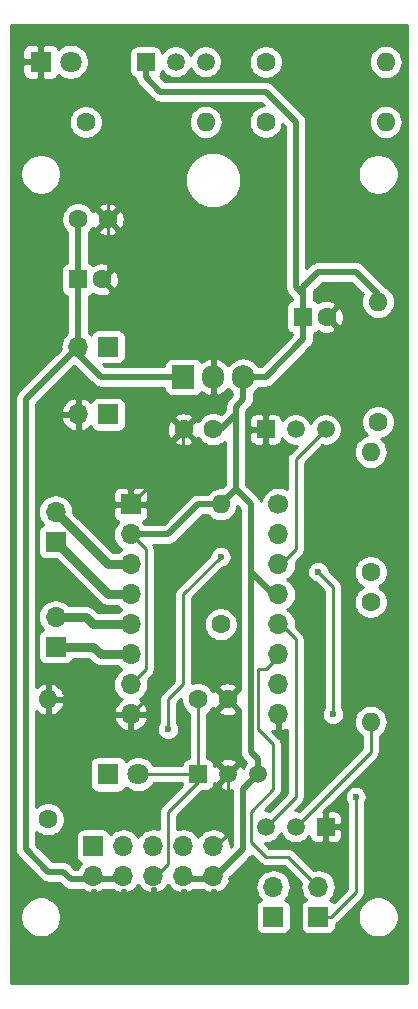
<source format=gtl>
G04 #@! TF.GenerationSoftware,KiCad,Pcbnew,(5.1.4)-1*
G04 #@! TF.CreationDate,2020-04-29T15:01:23-06:00*
G04 #@! TF.ProjectId,robot,726f626f-742e-46b6-9963-61645f706362,rev?*
G04 #@! TF.SameCoordinates,Original*
G04 #@! TF.FileFunction,Copper,L1,Top*
G04 #@! TF.FilePolarity,Positive*
%FSLAX46Y46*%
G04 Gerber Fmt 4.6, Leading zero omitted, Abs format (unit mm)*
G04 Created by KiCad (PCBNEW (5.1.4)-1) date 2020-04-29 15:01:23*
%MOMM*%
%LPD*%
G04 APERTURE LIST*
%ADD10O,1.700000X1.700000*%
%ADD11R,1.700000X1.700000*%
%ADD12C,1.700000*%
%ADD13O,1.905000X2.000000*%
%ADD14R,1.905000X2.000000*%
%ADD15C,1.800000*%
%ADD16R,1.800000X1.800000*%
%ADD17C,1.600000*%
%ADD18R,1.600000X1.600000*%
%ADD19O,1.600000X1.600000*%
%ADD20R,1.500000X1.500000*%
%ADD21C,1.500000*%
%ADD22C,0.600000*%
%ADD23C,0.250000*%
%ADD24C,0.550000*%
%ADD25C,0.750000*%
%ADD26C,0.254000*%
G04 APERTURE END LIST*
D10*
X106680000Y-78105000D03*
X106680000Y-75565000D03*
X106680000Y-73025000D03*
X106680000Y-70485000D03*
X106680000Y-67945000D03*
X106680000Y-65405000D03*
X106680000Y-62865000D03*
D11*
X106680000Y-60325000D03*
D12*
X119180000Y-60325000D03*
D10*
X119180000Y-62865000D03*
X119180000Y-65405000D03*
X119180000Y-67945000D03*
X119180000Y-70485000D03*
X119180000Y-73025000D03*
X119180000Y-75565000D03*
X119180000Y-78105000D03*
D13*
X116205000Y-49530000D03*
X113665000Y-49530000D03*
D14*
X111125000Y-49530000D03*
D10*
X102235000Y-52705000D03*
D11*
X104775000Y-52705000D03*
X104775000Y-46990000D03*
D10*
X102235000Y-46990000D03*
X113665000Y-91790000D03*
X113665000Y-89250000D03*
X111125000Y-91790000D03*
X111125000Y-89250000D03*
X108585000Y-91790000D03*
X108585000Y-89250000D03*
X106045000Y-91790000D03*
X106045000Y-89250000D03*
X103505000Y-91790000D03*
D11*
X103505000Y-89250000D03*
D10*
X118745000Y-92710000D03*
D11*
X118745000Y-95250000D03*
D10*
X122555000Y-92710000D03*
D11*
X122555000Y-95250000D03*
D10*
X100330000Y-69850000D03*
D11*
X100330000Y-72390000D03*
X100330000Y-63500000D03*
D10*
X100330000Y-60960000D03*
D15*
X107315000Y-83185000D03*
D16*
X104775000Y-83185000D03*
D17*
X123285000Y-44450000D03*
D18*
X121285000Y-44450000D03*
D17*
X104735000Y-36195000D03*
X102235000Y-36195000D03*
X114895000Y-76835000D03*
X112395000Y-76835000D03*
X111165000Y-53975000D03*
X113665000Y-53975000D03*
X104235000Y-41275000D03*
D18*
X102235000Y-41275000D03*
D19*
X127000000Y-55880000D03*
D17*
X127000000Y-66040000D03*
D19*
X127000000Y-78740000D03*
D17*
X127000000Y-68580000D03*
D19*
X127635000Y-43180000D03*
D17*
X127635000Y-53340000D03*
D19*
X114300000Y-60325000D03*
D17*
X114300000Y-70485000D03*
D19*
X113030000Y-27940000D03*
D17*
X102870000Y-27940000D03*
D19*
X99695000Y-76835000D03*
D17*
X99695000Y-86995000D03*
D20*
X107950000Y-22860000D03*
D21*
X113030000Y-22860000D03*
X110490000Y-22860000D03*
D19*
X128270000Y-22860000D03*
D17*
X118110000Y-22860000D03*
X118110000Y-27940000D03*
D19*
X128270000Y-27940000D03*
D15*
X101600000Y-22860000D03*
D16*
X99060000Y-22860000D03*
D20*
X112395000Y-83185000D03*
D21*
X117475000Y-83185000D03*
X114935000Y-83185000D03*
D20*
X118110000Y-53975000D03*
D21*
X123190000Y-53975000D03*
X120650000Y-53975000D03*
D20*
X123190000Y-87630000D03*
D21*
X118110000Y-87630000D03*
X120650000Y-87630000D03*
D22*
X109855000Y-64770000D03*
X125730000Y-85090000D03*
X114300000Y-64770000D03*
X109855000Y-79375000D03*
X122555000Y-66040000D03*
X123825000Y-78105000D03*
D23*
X106680000Y-60325000D02*
X111125000Y-55880000D01*
X111125000Y-55880000D02*
X111125000Y-53975000D01*
X111125000Y-53975000D02*
X111165000Y-53975000D01*
X106680000Y-78105000D02*
X109855000Y-74930000D01*
X109855000Y-74930000D02*
X109855000Y-64770000D01*
X111165000Y-53975000D02*
X111125000Y-53975000D01*
X111125000Y-53975000D02*
X113665000Y-51435000D01*
X113665000Y-51435000D02*
X113665000Y-49530000D01*
X114895000Y-76835000D02*
X114935000Y-76835000D01*
X114935000Y-76835000D02*
X113665000Y-78105000D01*
X104235000Y-41275000D02*
X104140000Y-41275000D01*
X104140000Y-41275000D02*
X104775000Y-40640000D01*
X104775000Y-40640000D02*
X104775000Y-36195000D01*
X104775000Y-36195000D02*
X104735000Y-36195000D01*
X113665000Y-81915000D02*
X114935000Y-83185000D01*
X113665000Y-78105000D02*
X113665000Y-81915000D01*
X114935000Y-88265000D02*
X113665000Y-89535000D01*
X114935000Y-83185000D02*
X114935000Y-88265000D01*
X99060000Y-22860000D02*
X99060000Y-27940000D01*
X104735000Y-33615000D02*
X104735000Y-36195000D01*
X99060000Y-27940000D02*
X104735000Y-33615000D01*
X106680000Y-75565000D02*
X107950000Y-74295000D01*
X107950000Y-74295000D02*
X107950000Y-64135000D01*
X107950000Y-64135000D02*
X106680000Y-62865000D01*
D24*
X116840000Y-81280000D02*
X116840000Y-66040000D01*
X106680000Y-62865000D02*
X109855000Y-62865000D01*
X112395000Y-60325000D02*
X114300000Y-60325000D01*
X109855000Y-62865000D02*
X112395000Y-60325000D01*
X119180000Y-67945000D02*
X118745000Y-67945000D01*
X118745000Y-67945000D02*
X116840000Y-66040000D01*
X116840000Y-66040000D02*
X116840000Y-60325000D01*
X116840000Y-60325000D02*
X115570000Y-59055000D01*
X113665000Y-53975000D02*
X114300000Y-53975000D01*
X114300000Y-53975000D02*
X115570000Y-52705000D01*
X116205000Y-49530000D02*
X116205000Y-51435000D01*
X115570000Y-59055000D02*
X114300000Y-60325000D01*
X115570000Y-52070000D02*
X115570000Y-52705000D01*
X115570000Y-52705000D02*
X115570000Y-59055000D01*
X116205000Y-51435000D02*
X115570000Y-52070000D01*
X127635000Y-43180000D02*
X127635000Y-42545000D01*
X127635000Y-42545000D02*
X125730000Y-40640000D01*
X125730000Y-40640000D02*
X122555000Y-40640000D01*
X122555000Y-40640000D02*
X121285000Y-41910000D01*
X116205000Y-49530000D02*
X118110000Y-49530000D01*
X121285000Y-46355000D02*
X121285000Y-44450000D01*
X118110000Y-49530000D02*
X121285000Y-46355000D01*
X113665000Y-92075000D02*
X111125000Y-92075000D01*
X117475000Y-81915000D02*
X117475000Y-83185000D01*
X116840000Y-81280000D02*
X117475000Y-81915000D01*
X116205000Y-89535000D02*
X113665000Y-92075000D01*
X117475000Y-83185000D02*
X116205000Y-84455000D01*
X116205000Y-84455000D02*
X116205000Y-89535000D01*
X120650000Y-27940000D02*
X120650000Y-41910000D01*
X121285000Y-42545000D02*
X121285000Y-44450000D01*
X118110000Y-25400000D02*
X120650000Y-27940000D01*
X121285000Y-41910000D02*
X121285000Y-42545000D01*
X120650000Y-41910000D02*
X121285000Y-42545000D01*
X107950000Y-24160000D02*
X107950000Y-22860000D01*
X109190000Y-25400000D02*
X107950000Y-24160000D01*
X118110000Y-25400000D02*
X109190000Y-25400000D01*
D23*
X112395000Y-83185000D02*
X112395000Y-83820000D01*
X112395000Y-83820000D02*
X109855000Y-86360000D01*
X109855000Y-90805000D02*
X108585000Y-92075000D01*
X109855000Y-86360000D02*
X109855000Y-90805000D01*
X112395000Y-76835000D02*
X112395000Y-83185000D01*
X112395000Y-83185000D02*
X107315000Y-83185000D01*
X123655000Y-95250000D02*
X122555000Y-95250000D01*
X125730000Y-93175000D02*
X123655000Y-95250000D01*
X125730000Y-85090000D02*
X125730000Y-93175000D01*
X119180000Y-73025000D02*
X119380000Y-73025000D01*
X119380000Y-73025000D02*
X118110000Y-74295000D01*
X118110000Y-74295000D02*
X117475000Y-74295000D01*
X117475000Y-74295000D02*
X117475000Y-79375000D01*
X117475000Y-79375000D02*
X118745000Y-80645000D01*
X118745000Y-80645000D02*
X118745000Y-84455000D01*
X118745000Y-84455000D02*
X116840000Y-86360000D01*
X116840000Y-86360000D02*
X116840000Y-88900000D01*
X116840000Y-88900000D02*
X118110000Y-90170000D01*
X120015000Y-90170000D02*
X122555000Y-92710000D01*
X118110000Y-90170000D02*
X120015000Y-90170000D01*
X114300000Y-64770000D02*
X111125000Y-67945000D01*
X111125000Y-67945000D02*
X111125000Y-75565000D01*
X111125000Y-75565000D02*
X109855000Y-76835000D01*
X109855000Y-76835000D02*
X109855000Y-79375000D01*
X122555000Y-66040000D02*
X123825000Y-67310000D01*
X123825000Y-67310000D02*
X123825000Y-78105000D01*
X120650000Y-85090000D02*
X118110000Y-87630000D01*
X120650000Y-71755000D02*
X120650000Y-85090000D01*
X119180000Y-70485000D02*
X119380000Y-70485000D01*
X119380000Y-70485000D02*
X120650000Y-71755000D01*
X120650000Y-64135000D02*
X119380000Y-65405000D01*
X119380000Y-65405000D02*
X119180000Y-65405000D01*
X120650000Y-56515000D02*
X123190000Y-53975000D01*
X120650000Y-64135000D02*
X120650000Y-56515000D01*
X127000000Y-81280000D02*
X120650000Y-87630000D01*
X127000000Y-78740000D02*
X127000000Y-81280000D01*
D24*
X102235000Y-46990000D02*
X102235000Y-47625000D01*
X102235000Y-47625000D02*
X104140000Y-49530000D01*
X104140000Y-49530000D02*
X111125000Y-49530000D01*
X102235000Y-41275000D02*
X102235000Y-36195000D01*
X106045000Y-92075000D02*
X103505000Y-92075000D01*
X103505000Y-92075000D02*
X101600000Y-92075000D01*
X101600000Y-92075000D02*
X100965000Y-91440000D01*
X100965000Y-91440000D02*
X99695000Y-91440000D01*
X99695000Y-91440000D02*
X97790000Y-89535000D01*
X97790000Y-89535000D02*
X97790000Y-51435000D01*
X97790000Y-51435000D02*
X102235000Y-46990000D01*
X102235000Y-46990000D02*
X102235000Y-41275000D01*
D25*
X106680000Y-65405000D02*
X104775000Y-65405000D01*
X104775000Y-65405000D02*
X100330000Y-60960000D01*
X106680000Y-67945000D02*
X104775000Y-67945000D01*
X104775000Y-67945000D02*
X100330000Y-63500000D01*
X106680000Y-73025000D02*
X104140000Y-73025000D01*
X103505000Y-72390000D02*
X100330000Y-72390000D01*
X104140000Y-73025000D02*
X103505000Y-72390000D01*
X106680000Y-70485000D02*
X103505000Y-70485000D01*
X102870000Y-69850000D02*
X100330000Y-69850000D01*
X103505000Y-70485000D02*
X102870000Y-69850000D01*
D26*
G36*
X130100001Y-77435123D02*
G01*
X130100000Y-93945123D01*
X130100000Y-93945124D01*
X130100001Y-100890000D01*
X96595000Y-100890000D01*
X96595000Y-95079117D01*
X97325000Y-95079117D01*
X97325000Y-95420883D01*
X97391675Y-95756081D01*
X97522463Y-96071831D01*
X97712337Y-96355998D01*
X97954002Y-96597663D01*
X98238169Y-96787537D01*
X98553919Y-96918325D01*
X98889117Y-96985000D01*
X99230883Y-96985000D01*
X99566081Y-96918325D01*
X99881831Y-96787537D01*
X100165998Y-96597663D01*
X100407663Y-96355998D01*
X100597537Y-96071831D01*
X100728325Y-95756081D01*
X100795000Y-95420883D01*
X100795000Y-95079117D01*
X100728325Y-94743919D01*
X100597537Y-94428169D01*
X100407663Y-94144002D01*
X100165998Y-93902337D01*
X99881831Y-93712463D01*
X99566081Y-93581675D01*
X99230883Y-93515000D01*
X98889117Y-93515000D01*
X98553919Y-93581675D01*
X98238169Y-93712463D01*
X97954002Y-93902337D01*
X97712337Y-94144002D01*
X97522463Y-94428169D01*
X97391675Y-94743919D01*
X97325000Y-95079117D01*
X96595000Y-95079117D01*
X96595000Y-51435000D01*
X96875597Y-51435000D01*
X96880001Y-51479712D01*
X96880000Y-89490298D01*
X96875597Y-89535000D01*
X96880000Y-89579702D01*
X96880000Y-89579703D01*
X96893167Y-89713390D01*
X96925821Y-89821034D01*
X96945202Y-89884926D01*
X97029702Y-90043015D01*
X97058953Y-90078657D01*
X97143419Y-90181581D01*
X97178154Y-90210087D01*
X99019918Y-92051851D01*
X99048419Y-92086581D01*
X99121908Y-92146891D01*
X99186984Y-92200298D01*
X99345073Y-92284798D01*
X99516609Y-92336833D01*
X99650296Y-92350000D01*
X99650298Y-92350000D01*
X99695000Y-92354403D01*
X99739702Y-92350000D01*
X100588067Y-92350000D01*
X100924917Y-92686851D01*
X100953419Y-92721581D01*
X101091985Y-92835298D01*
X101250073Y-92919798D01*
X101421609Y-92971833D01*
X101555296Y-92985000D01*
X101555298Y-92985000D01*
X101600000Y-92989403D01*
X101644702Y-92985000D01*
X102635329Y-92985000D01*
X102738080Y-93061641D01*
X103000901Y-93186825D01*
X103148110Y-93231476D01*
X103378000Y-93110155D01*
X103378000Y-92985000D01*
X103632000Y-92985000D01*
X103632000Y-93110155D01*
X103861890Y-93231476D01*
X104009099Y-93186825D01*
X104271920Y-93061641D01*
X104374671Y-92985000D01*
X105175329Y-92985000D01*
X105278080Y-93061641D01*
X105540901Y-93186825D01*
X105688110Y-93231476D01*
X105918000Y-93110155D01*
X105918000Y-92985000D01*
X106089704Y-92985000D01*
X106172000Y-92976895D01*
X106172000Y-93110155D01*
X106401890Y-93231476D01*
X106549099Y-93186825D01*
X106811920Y-93061641D01*
X107045269Y-92887588D01*
X107240178Y-92671355D01*
X107315000Y-92545745D01*
X107389822Y-92671355D01*
X107584731Y-92887588D01*
X107818080Y-93061641D01*
X108080901Y-93186825D01*
X108228110Y-93231476D01*
X108458000Y-93110155D01*
X108458000Y-92826167D01*
X108585000Y-92838676D01*
X108712000Y-92826167D01*
X108712000Y-93110155D01*
X108941890Y-93231476D01*
X109089099Y-93186825D01*
X109351920Y-93061641D01*
X109585269Y-92887588D01*
X109780178Y-92671355D01*
X109855000Y-92545745D01*
X109929822Y-92671355D01*
X110124731Y-92887588D01*
X110358080Y-93061641D01*
X110620901Y-93186825D01*
X110768110Y-93231476D01*
X110998000Y-93110155D01*
X110998000Y-92976895D01*
X111080296Y-92985000D01*
X111252000Y-92985000D01*
X111252000Y-93110155D01*
X111481890Y-93231476D01*
X111629099Y-93186825D01*
X111891920Y-93061641D01*
X111994671Y-92985000D01*
X112795329Y-92985000D01*
X112898080Y-93061641D01*
X113160901Y-93186825D01*
X113308110Y-93231476D01*
X113538000Y-93110155D01*
X113538000Y-92985000D01*
X113620298Y-92985000D01*
X113665000Y-92989403D01*
X113709702Y-92985000D01*
X113709704Y-92985000D01*
X113792000Y-92976895D01*
X113792000Y-93110155D01*
X114021890Y-93231476D01*
X114169099Y-93186825D01*
X114431920Y-93061641D01*
X114665269Y-92887588D01*
X114825344Y-92710000D01*
X117252815Y-92710000D01*
X117281487Y-93001111D01*
X117366401Y-93281034D01*
X117504294Y-93539014D01*
X117689866Y-93765134D01*
X117719687Y-93789607D01*
X117650820Y-93810498D01*
X117540506Y-93869463D01*
X117443815Y-93948815D01*
X117364463Y-94045506D01*
X117305498Y-94155820D01*
X117269188Y-94275518D01*
X117256928Y-94400000D01*
X117256928Y-96100000D01*
X117269188Y-96224482D01*
X117305498Y-96344180D01*
X117364463Y-96454494D01*
X117443815Y-96551185D01*
X117540506Y-96630537D01*
X117650820Y-96689502D01*
X117770518Y-96725812D01*
X117895000Y-96738072D01*
X119595000Y-96738072D01*
X119719482Y-96725812D01*
X119839180Y-96689502D01*
X119949494Y-96630537D01*
X120046185Y-96551185D01*
X120125537Y-96454494D01*
X120184502Y-96344180D01*
X120220812Y-96224482D01*
X120233072Y-96100000D01*
X120233072Y-94400000D01*
X120220812Y-94275518D01*
X120184502Y-94155820D01*
X120125537Y-94045506D01*
X120046185Y-93948815D01*
X119949494Y-93869463D01*
X119839180Y-93810498D01*
X119770313Y-93789607D01*
X119800134Y-93765134D01*
X119985706Y-93539014D01*
X120123599Y-93281034D01*
X120208513Y-93001111D01*
X120237185Y-92710000D01*
X120208513Y-92418889D01*
X120123599Y-92138966D01*
X119985706Y-91880986D01*
X119800134Y-91654866D01*
X119574014Y-91469294D01*
X119316034Y-91331401D01*
X119036111Y-91246487D01*
X118817950Y-91225000D01*
X118672050Y-91225000D01*
X118453889Y-91246487D01*
X118173966Y-91331401D01*
X117915986Y-91469294D01*
X117689866Y-91654866D01*
X117504294Y-91880986D01*
X117366401Y-92138966D01*
X117281487Y-92418889D01*
X117252815Y-92710000D01*
X114825344Y-92710000D01*
X114860178Y-92671355D01*
X115009157Y-92421252D01*
X115106481Y-92146891D01*
X115028538Y-91998396D01*
X115109932Y-91917002D01*
X115150000Y-91917002D01*
X115150000Y-91876934D01*
X116816852Y-90210082D01*
X116851581Y-90181581D01*
X116939567Y-90074369D01*
X117546200Y-90681002D01*
X117569999Y-90710001D01*
X117685724Y-90804974D01*
X117817753Y-90875546D01*
X117961014Y-90919003D01*
X118072667Y-90930000D01*
X118072676Y-90930000D01*
X118109999Y-90933676D01*
X118147322Y-90930000D01*
X119700199Y-90930000D01*
X121114203Y-92344005D01*
X121091487Y-92418889D01*
X121062815Y-92710000D01*
X121091487Y-93001111D01*
X121176401Y-93281034D01*
X121314294Y-93539014D01*
X121499866Y-93765134D01*
X121529687Y-93789607D01*
X121460820Y-93810498D01*
X121350506Y-93869463D01*
X121253815Y-93948815D01*
X121174463Y-94045506D01*
X121115498Y-94155820D01*
X121079188Y-94275518D01*
X121066928Y-94400000D01*
X121066928Y-96100000D01*
X121079188Y-96224482D01*
X121115498Y-96344180D01*
X121174463Y-96454494D01*
X121253815Y-96551185D01*
X121350506Y-96630537D01*
X121460820Y-96689502D01*
X121580518Y-96725812D01*
X121705000Y-96738072D01*
X123405000Y-96738072D01*
X123529482Y-96725812D01*
X123649180Y-96689502D01*
X123759494Y-96630537D01*
X123856185Y-96551185D01*
X123935537Y-96454494D01*
X123994502Y-96344180D01*
X124030812Y-96224482D01*
X124043072Y-96100000D01*
X124043072Y-95904326D01*
X124079276Y-95884974D01*
X124195001Y-95790001D01*
X124218804Y-95760997D01*
X124900684Y-95079117D01*
X125900000Y-95079117D01*
X125900000Y-95420883D01*
X125966675Y-95756081D01*
X126097463Y-96071831D01*
X126287337Y-96355998D01*
X126529002Y-96597663D01*
X126813169Y-96787537D01*
X127128919Y-96918325D01*
X127464117Y-96985000D01*
X127805883Y-96985000D01*
X128141081Y-96918325D01*
X128456831Y-96787537D01*
X128740998Y-96597663D01*
X128982663Y-96355998D01*
X129172537Y-96071831D01*
X129303325Y-95756081D01*
X129370000Y-95420883D01*
X129370000Y-95079117D01*
X129303325Y-94743919D01*
X129172537Y-94428169D01*
X128982663Y-94144002D01*
X128740998Y-93902337D01*
X128456831Y-93712463D01*
X128141081Y-93581675D01*
X127805883Y-93515000D01*
X127464117Y-93515000D01*
X127128919Y-93581675D01*
X126813169Y-93712463D01*
X126529002Y-93902337D01*
X126287337Y-94144002D01*
X126097463Y-94428169D01*
X125966675Y-94743919D01*
X125900000Y-95079117D01*
X124900684Y-95079117D01*
X126241003Y-93738799D01*
X126270001Y-93715001D01*
X126296332Y-93682917D01*
X126364974Y-93599277D01*
X126435546Y-93467247D01*
X126459949Y-93386800D01*
X126479003Y-93323986D01*
X126490000Y-93212333D01*
X126490000Y-93212324D01*
X126493676Y-93175001D01*
X126490000Y-93137678D01*
X126490000Y-85635535D01*
X126558586Y-85532889D01*
X126629068Y-85362729D01*
X126665000Y-85182089D01*
X126665000Y-84997911D01*
X126629068Y-84817271D01*
X126558586Y-84647111D01*
X126456262Y-84493972D01*
X126326028Y-84363738D01*
X126172889Y-84261414D01*
X126002729Y-84190932D01*
X125822089Y-84155000D01*
X125637911Y-84155000D01*
X125457271Y-84190932D01*
X125287111Y-84261414D01*
X125133972Y-84363738D01*
X125003738Y-84493972D01*
X124901414Y-84647111D01*
X124830932Y-84817271D01*
X124795000Y-84997911D01*
X124795000Y-85182089D01*
X124830932Y-85362729D01*
X124901414Y-85532889D01*
X124970000Y-85635536D01*
X124970001Y-92860197D01*
X123867543Y-93962655D01*
X123856185Y-93948815D01*
X123759494Y-93869463D01*
X123649180Y-93810498D01*
X123580313Y-93789607D01*
X123610134Y-93765134D01*
X123795706Y-93539014D01*
X123933599Y-93281034D01*
X124018513Y-93001111D01*
X124047185Y-92710000D01*
X124018513Y-92418889D01*
X123933599Y-92138966D01*
X123795706Y-91880986D01*
X123610134Y-91654866D01*
X123384014Y-91469294D01*
X123126034Y-91331401D01*
X122846111Y-91246487D01*
X122627950Y-91225000D01*
X122482050Y-91225000D01*
X122263889Y-91246487D01*
X122189005Y-91269203D01*
X120578804Y-89659003D01*
X120555001Y-89629999D01*
X120439276Y-89535026D01*
X120307247Y-89464454D01*
X120163986Y-89420997D01*
X120052333Y-89410000D01*
X120052322Y-89410000D01*
X120015000Y-89406324D01*
X119977678Y-89410000D01*
X118424802Y-89410000D01*
X118029802Y-89015000D01*
X118246411Y-89015000D01*
X118513989Y-88961775D01*
X118766043Y-88857371D01*
X118992886Y-88705799D01*
X119185799Y-88512886D01*
X119337371Y-88286043D01*
X119380000Y-88183127D01*
X119422629Y-88286043D01*
X119574201Y-88512886D01*
X119767114Y-88705799D01*
X119993957Y-88857371D01*
X120246011Y-88961775D01*
X120513589Y-89015000D01*
X120786411Y-89015000D01*
X121053989Y-88961775D01*
X121306043Y-88857371D01*
X121532886Y-88705799D01*
X121725799Y-88512886D01*
X121803555Y-88396517D01*
X121814188Y-88504482D01*
X121850498Y-88624180D01*
X121909463Y-88734494D01*
X121988815Y-88831185D01*
X122085506Y-88910537D01*
X122195820Y-88969502D01*
X122315518Y-89005812D01*
X122440000Y-89018072D01*
X122904250Y-89015000D01*
X123063000Y-88856250D01*
X123063000Y-87757000D01*
X123317000Y-87757000D01*
X123317000Y-88856250D01*
X123475750Y-89015000D01*
X123940000Y-89018072D01*
X124064482Y-89005812D01*
X124184180Y-88969502D01*
X124294494Y-88910537D01*
X124391185Y-88831185D01*
X124470537Y-88734494D01*
X124529502Y-88624180D01*
X124565812Y-88504482D01*
X124578072Y-88380000D01*
X124575000Y-87915750D01*
X124416250Y-87757000D01*
X123317000Y-87757000D01*
X123063000Y-87757000D01*
X123043000Y-87757000D01*
X123043000Y-87503000D01*
X123063000Y-87503000D01*
X123063000Y-86403750D01*
X123317000Y-86403750D01*
X123317000Y-87503000D01*
X124416250Y-87503000D01*
X124575000Y-87344250D01*
X124578072Y-86880000D01*
X124565812Y-86755518D01*
X124529502Y-86635820D01*
X124470537Y-86525506D01*
X124391185Y-86428815D01*
X124294494Y-86349463D01*
X124184180Y-86290498D01*
X124064482Y-86254188D01*
X123940000Y-86241928D01*
X123475750Y-86245000D01*
X123317000Y-86403750D01*
X123063000Y-86403750D01*
X123007026Y-86347776D01*
X127511003Y-81843799D01*
X127540001Y-81820001D01*
X127593787Y-81754463D01*
X127634974Y-81704277D01*
X127705546Y-81572247D01*
X127740083Y-81458391D01*
X127749003Y-81428986D01*
X127760000Y-81317333D01*
X127760000Y-81317324D01*
X127763676Y-81280001D01*
X127760000Y-81242678D01*
X127760000Y-79960901D01*
X127801101Y-79938932D01*
X128019608Y-79759608D01*
X128198932Y-79541101D01*
X128332182Y-79291808D01*
X128414236Y-79021309D01*
X128441943Y-78740000D01*
X128414236Y-78458691D01*
X128332182Y-78188192D01*
X128198932Y-77938899D01*
X128019608Y-77720392D01*
X127801101Y-77541068D01*
X127551808Y-77407818D01*
X127281309Y-77325764D01*
X127070492Y-77305000D01*
X126929508Y-77305000D01*
X126718691Y-77325764D01*
X126448192Y-77407818D01*
X126198899Y-77541068D01*
X125980392Y-77720392D01*
X125801068Y-77938899D01*
X125667818Y-78188192D01*
X125585764Y-78458691D01*
X125558057Y-78740000D01*
X125585764Y-79021309D01*
X125667818Y-79291808D01*
X125801068Y-79541101D01*
X125980392Y-79759608D01*
X126198899Y-79938932D01*
X126240000Y-79960901D01*
X126240001Y-80965197D01*
X120931365Y-86273833D01*
X120786411Y-86245000D01*
X120569803Y-86245000D01*
X121161008Y-85653795D01*
X121190001Y-85630001D01*
X121213795Y-85601008D01*
X121213799Y-85601004D01*
X121284973Y-85514277D01*
X121284974Y-85514276D01*
X121355546Y-85382247D01*
X121399003Y-85238986D01*
X121410000Y-85127333D01*
X121410000Y-85127324D01*
X121413676Y-85090001D01*
X121410000Y-85052678D01*
X121410000Y-71792322D01*
X121413676Y-71754999D01*
X121410000Y-71717676D01*
X121410000Y-71717667D01*
X121399003Y-71606014D01*
X121355546Y-71462753D01*
X121284974Y-71330724D01*
X121190001Y-71214999D01*
X121161004Y-71191202D01*
X120652694Y-70682893D01*
X120672185Y-70485000D01*
X120643513Y-70193889D01*
X120558599Y-69913966D01*
X120420706Y-69655986D01*
X120235134Y-69429866D01*
X120009014Y-69244294D01*
X119954209Y-69215000D01*
X120009014Y-69185706D01*
X120235134Y-69000134D01*
X120420706Y-68774014D01*
X120558599Y-68516034D01*
X120643513Y-68236111D01*
X120672185Y-67945000D01*
X120643513Y-67653889D01*
X120558599Y-67373966D01*
X120420706Y-67115986D01*
X120235134Y-66889866D01*
X120009014Y-66704294D01*
X119954209Y-66675000D01*
X120009014Y-66645706D01*
X120235134Y-66460134D01*
X120420706Y-66234014D01*
X120558599Y-65976034D01*
X120567130Y-65947911D01*
X121620000Y-65947911D01*
X121620000Y-66132089D01*
X121655932Y-66312729D01*
X121726414Y-66482889D01*
X121828738Y-66636028D01*
X121958972Y-66766262D01*
X122112111Y-66868586D01*
X122282271Y-66939068D01*
X122403351Y-66963153D01*
X123065000Y-67624802D01*
X123065001Y-77559463D01*
X122996414Y-77662111D01*
X122925932Y-77832271D01*
X122890000Y-78012911D01*
X122890000Y-78197089D01*
X122925932Y-78377729D01*
X122996414Y-78547889D01*
X123098738Y-78701028D01*
X123228972Y-78831262D01*
X123382111Y-78933586D01*
X123552271Y-79004068D01*
X123732911Y-79040000D01*
X123917089Y-79040000D01*
X124097729Y-79004068D01*
X124267889Y-78933586D01*
X124421028Y-78831262D01*
X124551262Y-78701028D01*
X124653586Y-78547889D01*
X124724068Y-78377729D01*
X124760000Y-78197089D01*
X124760000Y-78012911D01*
X124724068Y-77832271D01*
X124653586Y-77662111D01*
X124585000Y-77559465D01*
X124585000Y-67347322D01*
X124588676Y-67309999D01*
X124585000Y-67272676D01*
X124585000Y-67272667D01*
X124574003Y-67161014D01*
X124530546Y-67017753D01*
X124459974Y-66885724D01*
X124365001Y-66769999D01*
X124336004Y-66746202D01*
X123488467Y-65898665D01*
X125565000Y-65898665D01*
X125565000Y-66181335D01*
X125620147Y-66458574D01*
X125728320Y-66719727D01*
X125885363Y-66954759D01*
X126085241Y-67154637D01*
X126317759Y-67310000D01*
X126085241Y-67465363D01*
X125885363Y-67665241D01*
X125728320Y-67900273D01*
X125620147Y-68161426D01*
X125565000Y-68438665D01*
X125565000Y-68721335D01*
X125620147Y-68998574D01*
X125728320Y-69259727D01*
X125885363Y-69494759D01*
X126085241Y-69694637D01*
X126320273Y-69851680D01*
X126581426Y-69959853D01*
X126858665Y-70015000D01*
X127141335Y-70015000D01*
X127418574Y-69959853D01*
X127679727Y-69851680D01*
X127914759Y-69694637D01*
X128114637Y-69494759D01*
X128271680Y-69259727D01*
X128379853Y-68998574D01*
X128435000Y-68721335D01*
X128435000Y-68438665D01*
X128379853Y-68161426D01*
X128271680Y-67900273D01*
X128114637Y-67665241D01*
X127914759Y-67465363D01*
X127682241Y-67310000D01*
X127914759Y-67154637D01*
X128114637Y-66954759D01*
X128271680Y-66719727D01*
X128379853Y-66458574D01*
X128435000Y-66181335D01*
X128435000Y-65898665D01*
X128379853Y-65621426D01*
X128271680Y-65360273D01*
X128114637Y-65125241D01*
X127914759Y-64925363D01*
X127679727Y-64768320D01*
X127418574Y-64660147D01*
X127141335Y-64605000D01*
X126858665Y-64605000D01*
X126581426Y-64660147D01*
X126320273Y-64768320D01*
X126085241Y-64925363D01*
X125885363Y-65125241D01*
X125728320Y-65360273D01*
X125620147Y-65621426D01*
X125565000Y-65898665D01*
X123488467Y-65898665D01*
X123478153Y-65888351D01*
X123454068Y-65767271D01*
X123383586Y-65597111D01*
X123281262Y-65443972D01*
X123151028Y-65313738D01*
X122997889Y-65211414D01*
X122827729Y-65140932D01*
X122647089Y-65105000D01*
X122462911Y-65105000D01*
X122282271Y-65140932D01*
X122112111Y-65211414D01*
X121958972Y-65313738D01*
X121828738Y-65443972D01*
X121726414Y-65597111D01*
X121655932Y-65767271D01*
X121620000Y-65947911D01*
X120567130Y-65947911D01*
X120643513Y-65696111D01*
X120672185Y-65405000D01*
X120652694Y-65207107D01*
X121161004Y-64698798D01*
X121190001Y-64675001D01*
X121284974Y-64559276D01*
X121355546Y-64427247D01*
X121399003Y-64283986D01*
X121410000Y-64172333D01*
X121410000Y-64172324D01*
X121413676Y-64135001D01*
X121410000Y-64097678D01*
X121410000Y-56829801D01*
X122359802Y-55880000D01*
X125558057Y-55880000D01*
X125585764Y-56161309D01*
X125667818Y-56431808D01*
X125801068Y-56681101D01*
X125980392Y-56899608D01*
X126198899Y-57078932D01*
X126448192Y-57212182D01*
X126718691Y-57294236D01*
X126929508Y-57315000D01*
X127070492Y-57315000D01*
X127281309Y-57294236D01*
X127551808Y-57212182D01*
X127801101Y-57078932D01*
X128019608Y-56899608D01*
X128198932Y-56681101D01*
X128332182Y-56431808D01*
X128414236Y-56161309D01*
X128441943Y-55880000D01*
X128414236Y-55598691D01*
X128332182Y-55328192D01*
X128198932Y-55078899D01*
X128019608Y-54860392D01*
X127888396Y-54752709D01*
X128053574Y-54719853D01*
X128314727Y-54611680D01*
X128549759Y-54454637D01*
X128749637Y-54254759D01*
X128906680Y-54019727D01*
X129014853Y-53758574D01*
X129070000Y-53481335D01*
X129070000Y-53198665D01*
X129014853Y-52921426D01*
X128906680Y-52660273D01*
X128749637Y-52425241D01*
X128549759Y-52225363D01*
X128314727Y-52068320D01*
X128053574Y-51960147D01*
X127776335Y-51905000D01*
X127493665Y-51905000D01*
X127216426Y-51960147D01*
X126955273Y-52068320D01*
X126720241Y-52225363D01*
X126520363Y-52425241D01*
X126363320Y-52660273D01*
X126255147Y-52921426D01*
X126200000Y-53198665D01*
X126200000Y-53481335D01*
X126255147Y-53758574D01*
X126363320Y-54019727D01*
X126520363Y-54254759D01*
X126720241Y-54454637D01*
X126734555Y-54464201D01*
X126718691Y-54465764D01*
X126448192Y-54547818D01*
X126198899Y-54681068D01*
X125980392Y-54860392D01*
X125801068Y-55078899D01*
X125667818Y-55328192D01*
X125585764Y-55598691D01*
X125558057Y-55880000D01*
X122359802Y-55880000D01*
X122908636Y-55331167D01*
X123053589Y-55360000D01*
X123326411Y-55360000D01*
X123593989Y-55306775D01*
X123846043Y-55202371D01*
X124072886Y-55050799D01*
X124265799Y-54857886D01*
X124417371Y-54631043D01*
X124521775Y-54378989D01*
X124575000Y-54111411D01*
X124575000Y-53838589D01*
X124521775Y-53571011D01*
X124417371Y-53318957D01*
X124265799Y-53092114D01*
X124072886Y-52899201D01*
X123846043Y-52747629D01*
X123593989Y-52643225D01*
X123326411Y-52590000D01*
X123053589Y-52590000D01*
X122786011Y-52643225D01*
X122533957Y-52747629D01*
X122307114Y-52899201D01*
X122114201Y-53092114D01*
X121962629Y-53318957D01*
X121920000Y-53421873D01*
X121877371Y-53318957D01*
X121725799Y-53092114D01*
X121532886Y-52899201D01*
X121306043Y-52747629D01*
X121053989Y-52643225D01*
X120786411Y-52590000D01*
X120513589Y-52590000D01*
X120246011Y-52643225D01*
X119993957Y-52747629D01*
X119767114Y-52899201D01*
X119574201Y-53092114D01*
X119496445Y-53208483D01*
X119485812Y-53100518D01*
X119449502Y-52980820D01*
X119390537Y-52870506D01*
X119311185Y-52773815D01*
X119214494Y-52694463D01*
X119104180Y-52635498D01*
X118984482Y-52599188D01*
X118860000Y-52586928D01*
X118395750Y-52590000D01*
X118237000Y-52748750D01*
X118237000Y-53848000D01*
X118257000Y-53848000D01*
X118257000Y-54102000D01*
X118237000Y-54102000D01*
X118237000Y-55201250D01*
X118395750Y-55360000D01*
X118860000Y-55363072D01*
X118984482Y-55350812D01*
X119104180Y-55314502D01*
X119214494Y-55255537D01*
X119311185Y-55176185D01*
X119390537Y-55079494D01*
X119449502Y-54969180D01*
X119485812Y-54849482D01*
X119496445Y-54741517D01*
X119574201Y-54857886D01*
X119767114Y-55050799D01*
X119993957Y-55202371D01*
X120246011Y-55306775D01*
X120513589Y-55360000D01*
X120730199Y-55360000D01*
X120138998Y-55951201D01*
X120110000Y-55974999D01*
X120086202Y-56003997D01*
X120086201Y-56003998D01*
X120015026Y-56090724D01*
X119944454Y-56222754D01*
X119900998Y-56366015D01*
X119886324Y-56515000D01*
X119890001Y-56552332D01*
X119890001Y-59013413D01*
X119883411Y-59009010D01*
X119613158Y-58897068D01*
X119326260Y-58840000D01*
X119033740Y-58840000D01*
X118746842Y-58897068D01*
X118476589Y-59009010D01*
X118233368Y-59171525D01*
X118026525Y-59378368D01*
X117864010Y-59621589D01*
X117752068Y-59891842D01*
X117715428Y-60076045D01*
X117684798Y-59975073D01*
X117600299Y-59816986D01*
X117600298Y-59816984D01*
X117560918Y-59768999D01*
X117486581Y-59678419D01*
X117451851Y-59649917D01*
X116480000Y-58678067D01*
X116480000Y-54725000D01*
X116721928Y-54725000D01*
X116734188Y-54849482D01*
X116770498Y-54969180D01*
X116829463Y-55079494D01*
X116908815Y-55176185D01*
X117005506Y-55255537D01*
X117115820Y-55314502D01*
X117235518Y-55350812D01*
X117360000Y-55363072D01*
X117824250Y-55360000D01*
X117983000Y-55201250D01*
X117983000Y-54102000D01*
X116883750Y-54102000D01*
X116725000Y-54260750D01*
X116721928Y-54725000D01*
X116480000Y-54725000D01*
X116480000Y-53225000D01*
X116721928Y-53225000D01*
X116725000Y-53689250D01*
X116883750Y-53848000D01*
X117983000Y-53848000D01*
X117983000Y-52748750D01*
X117824250Y-52590000D01*
X117360000Y-52586928D01*
X117235518Y-52599188D01*
X117115820Y-52635498D01*
X117005506Y-52694463D01*
X116908815Y-52773815D01*
X116829463Y-52870506D01*
X116770498Y-52980820D01*
X116734188Y-53100518D01*
X116721928Y-53225000D01*
X116480000Y-53225000D01*
X116480000Y-52749703D01*
X116484403Y-52705001D01*
X116480000Y-52660296D01*
X116480000Y-52446933D01*
X116816851Y-52110083D01*
X116851581Y-52081581D01*
X116965298Y-51943015D01*
X117049798Y-51784927D01*
X117101833Y-51613391D01*
X117115000Y-51479704D01*
X117115000Y-51479702D01*
X117119403Y-51435000D01*
X117115000Y-51390296D01*
X117115000Y-50884341D01*
X117332963Y-50705463D01*
X117531345Y-50463734D01*
X117544031Y-50440000D01*
X118065298Y-50440000D01*
X118110000Y-50444403D01*
X118154702Y-50440000D01*
X118154704Y-50440000D01*
X118288391Y-50426833D01*
X118459927Y-50374798D01*
X118618015Y-50290298D01*
X118756581Y-50176581D01*
X118785087Y-50141846D01*
X121896853Y-47030081D01*
X121931581Y-47001581D01*
X122043914Y-46864702D01*
X122045298Y-46863016D01*
X122129798Y-46704927D01*
X122149471Y-46640073D01*
X122181833Y-46533391D01*
X122195000Y-46399704D01*
X122195000Y-46399703D01*
X122199403Y-46355001D01*
X122195000Y-46310299D01*
X122195000Y-45877238D01*
X122209482Y-45875812D01*
X122329180Y-45839502D01*
X122439494Y-45780537D01*
X122536185Y-45701185D01*
X122546807Y-45688242D01*
X122798996Y-45807571D01*
X123073184Y-45876300D01*
X123355512Y-45890217D01*
X123635130Y-45848787D01*
X123901292Y-45753603D01*
X124026514Y-45686671D01*
X124098097Y-45442702D01*
X123285000Y-44629605D01*
X123270858Y-44643748D01*
X123091253Y-44464143D01*
X123105395Y-44450000D01*
X123464605Y-44450000D01*
X124277702Y-45263097D01*
X124521671Y-45191514D01*
X124642571Y-44936004D01*
X124711300Y-44661816D01*
X124725217Y-44379488D01*
X124683787Y-44099870D01*
X124588603Y-43833708D01*
X124521671Y-43708486D01*
X124277702Y-43636903D01*
X123464605Y-44450000D01*
X123105395Y-44450000D01*
X123091253Y-44435858D01*
X123270858Y-44256253D01*
X123285000Y-44270395D01*
X124098097Y-43457298D01*
X124026514Y-43213329D01*
X123771004Y-43092429D01*
X123496816Y-43023700D01*
X123214488Y-43009783D01*
X122934870Y-43051213D01*
X122668708Y-43146397D01*
X122546691Y-43211616D01*
X122536185Y-43198815D01*
X122439494Y-43119463D01*
X122329180Y-43060498D01*
X122209482Y-43024188D01*
X122195000Y-43022762D01*
X122195000Y-42589702D01*
X122199403Y-42545000D01*
X122195000Y-42500296D01*
X122195000Y-42286933D01*
X122931934Y-41550000D01*
X125353067Y-41550000D01*
X126347557Y-42544491D01*
X126302818Y-42628192D01*
X126220764Y-42898691D01*
X126193057Y-43180000D01*
X126220764Y-43461309D01*
X126302818Y-43731808D01*
X126436068Y-43981101D01*
X126615392Y-44199608D01*
X126833899Y-44378932D01*
X127083192Y-44512182D01*
X127353691Y-44594236D01*
X127564508Y-44615000D01*
X127705492Y-44615000D01*
X127916309Y-44594236D01*
X128186808Y-44512182D01*
X128436101Y-44378932D01*
X128654608Y-44199608D01*
X128833932Y-43981101D01*
X128967182Y-43731808D01*
X129049236Y-43461309D01*
X129076943Y-43180000D01*
X129049236Y-42898691D01*
X128967182Y-42628192D01*
X128833932Y-42378899D01*
X128654608Y-42160392D01*
X128436101Y-41981068D01*
X128281663Y-41898519D01*
X128281581Y-41898419D01*
X128246851Y-41869918D01*
X126405087Y-40028154D01*
X126376581Y-39993419D01*
X126238015Y-39879702D01*
X126079927Y-39795202D01*
X125908391Y-39743167D01*
X125774704Y-39730000D01*
X125774702Y-39730000D01*
X125730000Y-39725597D01*
X125685298Y-39730000D01*
X122599701Y-39730000D01*
X122554999Y-39725597D01*
X122510297Y-39730000D01*
X122510296Y-39730000D01*
X122376609Y-39743167D01*
X122205073Y-39795202D01*
X122104986Y-39848700D01*
X122046984Y-39879702D01*
X122039922Y-39885498D01*
X121908419Y-39993419D01*
X121879917Y-40028149D01*
X121560000Y-40348066D01*
X121560000Y-32214117D01*
X125900000Y-32214117D01*
X125900000Y-32555883D01*
X125966675Y-32891081D01*
X126097463Y-33206831D01*
X126287337Y-33490998D01*
X126529002Y-33732663D01*
X126813169Y-33922537D01*
X127128919Y-34053325D01*
X127464117Y-34120000D01*
X127805883Y-34120000D01*
X128141081Y-34053325D01*
X128456831Y-33922537D01*
X128740998Y-33732663D01*
X128982663Y-33490998D01*
X129172537Y-33206831D01*
X129303325Y-32891081D01*
X129370000Y-32555883D01*
X129370000Y-32214117D01*
X129303325Y-31878919D01*
X129172537Y-31563169D01*
X128982663Y-31279002D01*
X128740998Y-31037337D01*
X128456831Y-30847463D01*
X128141081Y-30716675D01*
X127805883Y-30650000D01*
X127464117Y-30650000D01*
X127128919Y-30716675D01*
X126813169Y-30847463D01*
X126529002Y-31037337D01*
X126287337Y-31279002D01*
X126097463Y-31563169D01*
X125966675Y-31878919D01*
X125900000Y-32214117D01*
X121560000Y-32214117D01*
X121560000Y-27984701D01*
X121564402Y-27940000D01*
X126828057Y-27940000D01*
X126855764Y-28221309D01*
X126937818Y-28491808D01*
X127071068Y-28741101D01*
X127250392Y-28959608D01*
X127468899Y-29138932D01*
X127718192Y-29272182D01*
X127988691Y-29354236D01*
X128199508Y-29375000D01*
X128340492Y-29375000D01*
X128551309Y-29354236D01*
X128821808Y-29272182D01*
X129071101Y-29138932D01*
X129289608Y-28959608D01*
X129468932Y-28741101D01*
X129602182Y-28491808D01*
X129684236Y-28221309D01*
X129711943Y-27940000D01*
X129684236Y-27658691D01*
X129602182Y-27388192D01*
X129468932Y-27138899D01*
X129289608Y-26920392D01*
X129071101Y-26741068D01*
X128821808Y-26607818D01*
X128551309Y-26525764D01*
X128340492Y-26505000D01*
X128199508Y-26505000D01*
X127988691Y-26525764D01*
X127718192Y-26607818D01*
X127468899Y-26741068D01*
X127250392Y-26920392D01*
X127071068Y-27138899D01*
X126937818Y-27388192D01*
X126855764Y-27658691D01*
X126828057Y-27940000D01*
X121564402Y-27940000D01*
X121564403Y-27939999D01*
X121560000Y-27895296D01*
X121546833Y-27761609D01*
X121494798Y-27590073D01*
X121410298Y-27431985D01*
X121296581Y-27293419D01*
X121261853Y-27264919D01*
X118785087Y-24788154D01*
X118756581Y-24753419D01*
X118618015Y-24639702D01*
X118459927Y-24555202D01*
X118288391Y-24503167D01*
X118154704Y-24490000D01*
X118154702Y-24490000D01*
X118110000Y-24485597D01*
X118065298Y-24490000D01*
X109566934Y-24490000D01*
X109144008Y-24067075D01*
X109151185Y-24061185D01*
X109230537Y-23964494D01*
X109289502Y-23854180D01*
X109325812Y-23734482D01*
X109336445Y-23626517D01*
X109414201Y-23742886D01*
X109607114Y-23935799D01*
X109833957Y-24087371D01*
X110086011Y-24191775D01*
X110353589Y-24245000D01*
X110626411Y-24245000D01*
X110893989Y-24191775D01*
X111146043Y-24087371D01*
X111372886Y-23935799D01*
X111565799Y-23742886D01*
X111717371Y-23516043D01*
X111760000Y-23413127D01*
X111802629Y-23516043D01*
X111954201Y-23742886D01*
X112147114Y-23935799D01*
X112373957Y-24087371D01*
X112626011Y-24191775D01*
X112893589Y-24245000D01*
X113166411Y-24245000D01*
X113433989Y-24191775D01*
X113686043Y-24087371D01*
X113912886Y-23935799D01*
X114105799Y-23742886D01*
X114257371Y-23516043D01*
X114361775Y-23263989D01*
X114415000Y-22996411D01*
X114415000Y-22723589D01*
X114414021Y-22718665D01*
X116675000Y-22718665D01*
X116675000Y-23001335D01*
X116730147Y-23278574D01*
X116838320Y-23539727D01*
X116995363Y-23774759D01*
X117195241Y-23974637D01*
X117430273Y-24131680D01*
X117691426Y-24239853D01*
X117968665Y-24295000D01*
X118251335Y-24295000D01*
X118528574Y-24239853D01*
X118789727Y-24131680D01*
X119024759Y-23974637D01*
X119224637Y-23774759D01*
X119381680Y-23539727D01*
X119489853Y-23278574D01*
X119545000Y-23001335D01*
X119545000Y-22860000D01*
X126828057Y-22860000D01*
X126855764Y-23141309D01*
X126937818Y-23411808D01*
X127071068Y-23661101D01*
X127250392Y-23879608D01*
X127468899Y-24058932D01*
X127718192Y-24192182D01*
X127988691Y-24274236D01*
X128199508Y-24295000D01*
X128340492Y-24295000D01*
X128551309Y-24274236D01*
X128821808Y-24192182D01*
X129071101Y-24058932D01*
X129289608Y-23879608D01*
X129468932Y-23661101D01*
X129602182Y-23411808D01*
X129684236Y-23141309D01*
X129711943Y-22860000D01*
X129684236Y-22578691D01*
X129602182Y-22308192D01*
X129468932Y-22058899D01*
X129289608Y-21840392D01*
X129071101Y-21661068D01*
X128821808Y-21527818D01*
X128551309Y-21445764D01*
X128340492Y-21425000D01*
X128199508Y-21425000D01*
X127988691Y-21445764D01*
X127718192Y-21527818D01*
X127468899Y-21661068D01*
X127250392Y-21840392D01*
X127071068Y-22058899D01*
X126937818Y-22308192D01*
X126855764Y-22578691D01*
X126828057Y-22860000D01*
X119545000Y-22860000D01*
X119545000Y-22718665D01*
X119489853Y-22441426D01*
X119381680Y-22180273D01*
X119224637Y-21945241D01*
X119024759Y-21745363D01*
X118789727Y-21588320D01*
X118528574Y-21480147D01*
X118251335Y-21425000D01*
X117968665Y-21425000D01*
X117691426Y-21480147D01*
X117430273Y-21588320D01*
X117195241Y-21745363D01*
X116995363Y-21945241D01*
X116838320Y-22180273D01*
X116730147Y-22441426D01*
X116675000Y-22718665D01*
X114414021Y-22718665D01*
X114361775Y-22456011D01*
X114257371Y-22203957D01*
X114105799Y-21977114D01*
X113912886Y-21784201D01*
X113686043Y-21632629D01*
X113433989Y-21528225D01*
X113166411Y-21475000D01*
X112893589Y-21475000D01*
X112626011Y-21528225D01*
X112373957Y-21632629D01*
X112147114Y-21784201D01*
X111954201Y-21977114D01*
X111802629Y-22203957D01*
X111760000Y-22306873D01*
X111717371Y-22203957D01*
X111565799Y-21977114D01*
X111372886Y-21784201D01*
X111146043Y-21632629D01*
X110893989Y-21528225D01*
X110626411Y-21475000D01*
X110353589Y-21475000D01*
X110086011Y-21528225D01*
X109833957Y-21632629D01*
X109607114Y-21784201D01*
X109414201Y-21977114D01*
X109336445Y-22093483D01*
X109325812Y-21985518D01*
X109289502Y-21865820D01*
X109230537Y-21755506D01*
X109151185Y-21658815D01*
X109054494Y-21579463D01*
X108944180Y-21520498D01*
X108824482Y-21484188D01*
X108700000Y-21471928D01*
X107200000Y-21471928D01*
X107075518Y-21484188D01*
X106955820Y-21520498D01*
X106845506Y-21579463D01*
X106748815Y-21658815D01*
X106669463Y-21755506D01*
X106610498Y-21865820D01*
X106574188Y-21985518D01*
X106561928Y-22110000D01*
X106561928Y-23610000D01*
X106574188Y-23734482D01*
X106610498Y-23854180D01*
X106669463Y-23964494D01*
X106748815Y-24061185D01*
X106845506Y-24140537D01*
X106955820Y-24199502D01*
X107042064Y-24225664D01*
X107053167Y-24338390D01*
X107103152Y-24503167D01*
X107105202Y-24509926D01*
X107189702Y-24668015D01*
X107218953Y-24703657D01*
X107303419Y-24806581D01*
X107338154Y-24835087D01*
X108514917Y-26011851D01*
X108543419Y-26046581D01*
X108633999Y-26120918D01*
X108681984Y-26160298D01*
X108840073Y-26244798D01*
X109011609Y-26296833D01*
X109145296Y-26310000D01*
X109145298Y-26310000D01*
X109190000Y-26314403D01*
X109234702Y-26310000D01*
X117733067Y-26310000D01*
X117934803Y-26511736D01*
X117691426Y-26560147D01*
X117430273Y-26668320D01*
X117195241Y-26825363D01*
X116995363Y-27025241D01*
X116838320Y-27260273D01*
X116730147Y-27521426D01*
X116675000Y-27798665D01*
X116675000Y-28081335D01*
X116730147Y-28358574D01*
X116838320Y-28619727D01*
X116995363Y-28854759D01*
X117195241Y-29054637D01*
X117430273Y-29211680D01*
X117691426Y-29319853D01*
X117968665Y-29375000D01*
X118251335Y-29375000D01*
X118528574Y-29319853D01*
X118789727Y-29211680D01*
X119024759Y-29054637D01*
X119224637Y-28854759D01*
X119381680Y-28619727D01*
X119489853Y-28358574D01*
X119538264Y-28115198D01*
X119740000Y-28316934D01*
X119740001Y-41865288D01*
X119735597Y-41910000D01*
X119753168Y-42088391D01*
X119805202Y-42259926D01*
X119889702Y-42418015D01*
X119899123Y-42429494D01*
X120003420Y-42556581D01*
X120038149Y-42585082D01*
X120375000Y-42921934D01*
X120375000Y-43022762D01*
X120360518Y-43024188D01*
X120240820Y-43060498D01*
X120130506Y-43119463D01*
X120033815Y-43198815D01*
X119954463Y-43295506D01*
X119895498Y-43405820D01*
X119859188Y-43525518D01*
X119846928Y-43650000D01*
X119846928Y-45250000D01*
X119859188Y-45374482D01*
X119895498Y-45494180D01*
X119954463Y-45604494D01*
X120033815Y-45701185D01*
X120130506Y-45780537D01*
X120240820Y-45839502D01*
X120360518Y-45875812D01*
X120375000Y-45877238D01*
X120375000Y-45978066D01*
X117733067Y-48620000D01*
X117544032Y-48620000D01*
X117531345Y-48596265D01*
X117332963Y-48354537D01*
X117091234Y-48156155D01*
X116815448Y-48008745D01*
X116516203Y-47917970D01*
X116205000Y-47887319D01*
X115893796Y-47917970D01*
X115594551Y-48008745D01*
X115318765Y-48156155D01*
X115077037Y-48354537D01*
X114929838Y-48533900D01*
X114774437Y-48348685D01*
X114531923Y-48154031D01*
X114256094Y-48010429D01*
X114037980Y-47939437D01*
X113792000Y-48059406D01*
X113792000Y-49403000D01*
X113812000Y-49403000D01*
X113812000Y-49657000D01*
X113792000Y-49657000D01*
X113792000Y-51000594D01*
X114037980Y-51120563D01*
X114256094Y-51049571D01*
X114531923Y-50905969D01*
X114774437Y-50711315D01*
X114929837Y-50526101D01*
X115077037Y-50705463D01*
X115295001Y-50884341D01*
X115295001Y-51058066D01*
X114958153Y-51394914D01*
X114923419Y-51423419D01*
X114838953Y-51526343D01*
X114809702Y-51561985D01*
X114782225Y-51613391D01*
X114725202Y-51720074D01*
X114673167Y-51891610D01*
X114667938Y-51944702D01*
X114655597Y-52070000D01*
X114660000Y-52114702D01*
X114660000Y-52328066D01*
X114302314Y-52685752D01*
X114083574Y-52595147D01*
X113806335Y-52540000D01*
X113523665Y-52540000D01*
X113246426Y-52595147D01*
X112985273Y-52703320D01*
X112750241Y-52860363D01*
X112550363Y-53060241D01*
X112416308Y-53260869D01*
X112401671Y-53233486D01*
X112157702Y-53161903D01*
X111344605Y-53975000D01*
X112157702Y-54788097D01*
X112401671Y-54716514D01*
X112415324Y-54687659D01*
X112550363Y-54889759D01*
X112750241Y-55089637D01*
X112985273Y-55246680D01*
X113246426Y-55354853D01*
X113523665Y-55410000D01*
X113806335Y-55410000D01*
X114083574Y-55354853D01*
X114344727Y-55246680D01*
X114579759Y-55089637D01*
X114660000Y-55009396D01*
X114660001Y-58678065D01*
X114441111Y-58896955D01*
X114370492Y-58890000D01*
X114229508Y-58890000D01*
X114018691Y-58910764D01*
X113748192Y-58992818D01*
X113498899Y-59126068D01*
X113280392Y-59305392D01*
X113190439Y-59415000D01*
X112439701Y-59415000D01*
X112394999Y-59410597D01*
X112350297Y-59415000D01*
X112350296Y-59415000D01*
X112216609Y-59428167D01*
X112045073Y-59480202D01*
X111886985Y-59564702D01*
X111748419Y-59678419D01*
X111719918Y-59713148D01*
X109478067Y-61955000D01*
X107854242Y-61955000D01*
X107735134Y-61809866D01*
X107705313Y-61785393D01*
X107774180Y-61764502D01*
X107884494Y-61705537D01*
X107981185Y-61626185D01*
X108060537Y-61529494D01*
X108119502Y-61419180D01*
X108155812Y-61299482D01*
X108168072Y-61175000D01*
X108165000Y-60610750D01*
X108006250Y-60452000D01*
X106807000Y-60452000D01*
X106807000Y-60472000D01*
X106553000Y-60472000D01*
X106553000Y-60452000D01*
X105353750Y-60452000D01*
X105195000Y-60610750D01*
X105191928Y-61175000D01*
X105204188Y-61299482D01*
X105240498Y-61419180D01*
X105299463Y-61529494D01*
X105378815Y-61626185D01*
X105475506Y-61705537D01*
X105585820Y-61764502D01*
X105654687Y-61785393D01*
X105624866Y-61809866D01*
X105439294Y-62035986D01*
X105301401Y-62293966D01*
X105216487Y-62573889D01*
X105187815Y-62865000D01*
X105216487Y-63156111D01*
X105301401Y-63436034D01*
X105439294Y-63694014D01*
X105624866Y-63920134D01*
X105850986Y-64105706D01*
X105905791Y-64135000D01*
X105850986Y-64164294D01*
X105624866Y-64349866D01*
X105587825Y-64395000D01*
X105193355Y-64395000D01*
X101816462Y-61018107D01*
X101822185Y-60960000D01*
X101793513Y-60668889D01*
X101708599Y-60388966D01*
X101570706Y-60130986D01*
X101385134Y-59904866D01*
X101159014Y-59719294D01*
X100901034Y-59581401D01*
X100621111Y-59496487D01*
X100402950Y-59475000D01*
X105191928Y-59475000D01*
X105195000Y-60039250D01*
X105353750Y-60198000D01*
X106553000Y-60198000D01*
X106553000Y-58998750D01*
X106807000Y-58998750D01*
X106807000Y-60198000D01*
X108006250Y-60198000D01*
X108165000Y-60039250D01*
X108168072Y-59475000D01*
X108155812Y-59350518D01*
X108119502Y-59230820D01*
X108060537Y-59120506D01*
X107981185Y-59023815D01*
X107884494Y-58944463D01*
X107774180Y-58885498D01*
X107654482Y-58849188D01*
X107530000Y-58836928D01*
X106965750Y-58840000D01*
X106807000Y-58998750D01*
X106553000Y-58998750D01*
X106394250Y-58840000D01*
X105830000Y-58836928D01*
X105705518Y-58849188D01*
X105585820Y-58885498D01*
X105475506Y-58944463D01*
X105378815Y-59023815D01*
X105299463Y-59120506D01*
X105240498Y-59230820D01*
X105204188Y-59350518D01*
X105191928Y-59475000D01*
X100402950Y-59475000D01*
X100257050Y-59475000D01*
X100038889Y-59496487D01*
X99758966Y-59581401D01*
X99500986Y-59719294D01*
X99274866Y-59904866D01*
X99089294Y-60130986D01*
X98951401Y-60388966D01*
X98866487Y-60668889D01*
X98837815Y-60960000D01*
X98866487Y-61251111D01*
X98951401Y-61531034D01*
X99089294Y-61789014D01*
X99274866Y-62015134D01*
X99304687Y-62039607D01*
X99235820Y-62060498D01*
X99125506Y-62119463D01*
X99028815Y-62198815D01*
X98949463Y-62295506D01*
X98890498Y-62405820D01*
X98854188Y-62525518D01*
X98841928Y-62650000D01*
X98841928Y-64350000D01*
X98854188Y-64474482D01*
X98890498Y-64594180D01*
X98949463Y-64704494D01*
X99028815Y-64801185D01*
X99125506Y-64880537D01*
X99235820Y-64939502D01*
X99355518Y-64975812D01*
X99480000Y-64988072D01*
X100389717Y-64988072D01*
X104025739Y-68624094D01*
X104057367Y-68662633D01*
X104211160Y-68788847D01*
X104386620Y-68882632D01*
X104577006Y-68940385D01*
X104725392Y-68955000D01*
X104725394Y-68955000D01*
X104774999Y-68959886D01*
X104824604Y-68955000D01*
X105587825Y-68955000D01*
X105624866Y-69000134D01*
X105850986Y-69185706D01*
X105905791Y-69215000D01*
X105850986Y-69244294D01*
X105624866Y-69429866D01*
X105587825Y-69475000D01*
X103923355Y-69475000D01*
X103619261Y-69170906D01*
X103587633Y-69132367D01*
X103433840Y-69006153D01*
X103258380Y-68912368D01*
X103067994Y-68854615D01*
X102919608Y-68840000D01*
X102870000Y-68835114D01*
X102820392Y-68840000D01*
X101422175Y-68840000D01*
X101385134Y-68794866D01*
X101159014Y-68609294D01*
X100901034Y-68471401D01*
X100621111Y-68386487D01*
X100402950Y-68365000D01*
X100257050Y-68365000D01*
X100038889Y-68386487D01*
X99758966Y-68471401D01*
X99500986Y-68609294D01*
X99274866Y-68794866D01*
X99089294Y-69020986D01*
X98951401Y-69278966D01*
X98866487Y-69558889D01*
X98837815Y-69850000D01*
X98866487Y-70141111D01*
X98951401Y-70421034D01*
X99089294Y-70679014D01*
X99274866Y-70905134D01*
X99304687Y-70929607D01*
X99235820Y-70950498D01*
X99125506Y-71009463D01*
X99028815Y-71088815D01*
X98949463Y-71185506D01*
X98890498Y-71295820D01*
X98854188Y-71415518D01*
X98841928Y-71540000D01*
X98841928Y-73240000D01*
X98854188Y-73364482D01*
X98890498Y-73484180D01*
X98949463Y-73594494D01*
X99028815Y-73691185D01*
X99125506Y-73770537D01*
X99235820Y-73829502D01*
X99355518Y-73865812D01*
X99480000Y-73878072D01*
X101180000Y-73878072D01*
X101304482Y-73865812D01*
X101424180Y-73829502D01*
X101534494Y-73770537D01*
X101631185Y-73691185D01*
X101710537Y-73594494D01*
X101769502Y-73484180D01*
X101795038Y-73400000D01*
X103086645Y-73400000D01*
X103390739Y-73704094D01*
X103422367Y-73742633D01*
X103576160Y-73868847D01*
X103751620Y-73962632D01*
X103942005Y-74020385D01*
X104140000Y-74039886D01*
X104189608Y-74035000D01*
X105587825Y-74035000D01*
X105624866Y-74080134D01*
X105850986Y-74265706D01*
X105905791Y-74295000D01*
X105850986Y-74324294D01*
X105624866Y-74509866D01*
X105439294Y-74735986D01*
X105301401Y-74993966D01*
X105216487Y-75273889D01*
X105187815Y-75565000D01*
X105216487Y-75856111D01*
X105301401Y-76136034D01*
X105439294Y-76394014D01*
X105624866Y-76620134D01*
X105850986Y-76805706D01*
X105915523Y-76840201D01*
X105798645Y-76909822D01*
X105582412Y-77104731D01*
X105408359Y-77338080D01*
X105283175Y-77600901D01*
X105238524Y-77748110D01*
X105359845Y-77978000D01*
X106553000Y-77978000D01*
X106553000Y-77958000D01*
X106807000Y-77958000D01*
X106807000Y-77978000D01*
X108000155Y-77978000D01*
X108121476Y-77748110D01*
X108076825Y-77600901D01*
X107951641Y-77338080D01*
X107777588Y-77104731D01*
X107561355Y-76909822D01*
X107444477Y-76840201D01*
X107509014Y-76805706D01*
X107735134Y-76620134D01*
X107920706Y-76394014D01*
X108058599Y-76136034D01*
X108143513Y-75856111D01*
X108172185Y-75565000D01*
X108143513Y-75273889D01*
X108120797Y-75199005D01*
X108461004Y-74858798D01*
X108490001Y-74835001D01*
X108584974Y-74719276D01*
X108655546Y-74587247D01*
X108699003Y-74443986D01*
X108710000Y-74332333D01*
X108710000Y-74332324D01*
X108713676Y-74295001D01*
X108710000Y-74257678D01*
X108710000Y-64172322D01*
X108713676Y-64134999D01*
X108710000Y-64097676D01*
X108710000Y-64097667D01*
X108699003Y-63986014D01*
X108655546Y-63842753D01*
X108619331Y-63775000D01*
X109810298Y-63775000D01*
X109855000Y-63779403D01*
X109899702Y-63775000D01*
X109899704Y-63775000D01*
X110033391Y-63761833D01*
X110204927Y-63709798D01*
X110363015Y-63625298D01*
X110501581Y-63511581D01*
X110530087Y-63476846D01*
X112771934Y-61235000D01*
X113190439Y-61235000D01*
X113280392Y-61344608D01*
X113498899Y-61523932D01*
X113748192Y-61657182D01*
X114018691Y-61739236D01*
X114229508Y-61760000D01*
X114370492Y-61760000D01*
X114581309Y-61739236D01*
X114851808Y-61657182D01*
X115101101Y-61523932D01*
X115319608Y-61344608D01*
X115498932Y-61126101D01*
X115632182Y-60876808D01*
X115714236Y-60606309D01*
X115725008Y-60496942D01*
X115930001Y-60701935D01*
X115930000Y-65995296D01*
X115925597Y-66040000D01*
X115930000Y-66084702D01*
X115930000Y-66084703D01*
X115930001Y-66084713D01*
X115930000Y-76034314D01*
X115887702Y-76021903D01*
X115074605Y-76835000D01*
X115887702Y-77648097D01*
X115930000Y-77635686D01*
X115930000Y-81235298D01*
X115925597Y-81280000D01*
X115930000Y-81324702D01*
X115930000Y-81324703D01*
X115943167Y-81458390D01*
X115977705Y-81572247D01*
X115995202Y-81629926D01*
X116079702Y-81788015D01*
X116105953Y-81820001D01*
X116193419Y-81926581D01*
X116228153Y-81955086D01*
X116487191Y-82214124D01*
X116399201Y-82302114D01*
X116247629Y-82528957D01*
X116206489Y-82628279D01*
X116191277Y-82586168D01*
X116130860Y-82473137D01*
X115891993Y-82407612D01*
X115114605Y-83185000D01*
X115128748Y-83199143D01*
X114949143Y-83378748D01*
X114935000Y-83364605D01*
X114157612Y-84141993D01*
X114223137Y-84380860D01*
X114470116Y-84496760D01*
X114734960Y-84562250D01*
X115007492Y-84574812D01*
X115277238Y-84533965D01*
X115295000Y-84527549D01*
X115295001Y-89158065D01*
X115152172Y-89300894D01*
X115157185Y-89250000D01*
X115128513Y-88958889D01*
X115043599Y-88678966D01*
X114905706Y-88420986D01*
X114720134Y-88194866D01*
X114494014Y-88009294D01*
X114236034Y-87871401D01*
X113956111Y-87786487D01*
X113737950Y-87765000D01*
X113592050Y-87765000D01*
X113373889Y-87786487D01*
X113093966Y-87871401D01*
X112835986Y-88009294D01*
X112609866Y-88194866D01*
X112424294Y-88420986D01*
X112395000Y-88475791D01*
X112365706Y-88420986D01*
X112180134Y-88194866D01*
X111954014Y-88009294D01*
X111696034Y-87871401D01*
X111416111Y-87786487D01*
X111197950Y-87765000D01*
X111052050Y-87765000D01*
X110833889Y-87786487D01*
X110615000Y-87852886D01*
X110615000Y-86674801D01*
X112716731Y-84573072D01*
X113145000Y-84573072D01*
X113269482Y-84560812D01*
X113389180Y-84524502D01*
X113499494Y-84465537D01*
X113596185Y-84386185D01*
X113675537Y-84289494D01*
X113734502Y-84179180D01*
X113770812Y-84059482D01*
X113783072Y-83935000D01*
X113783072Y-83908914D01*
X113978007Y-83962388D01*
X114755395Y-83185000D01*
X113978007Y-82407612D01*
X113783072Y-82461086D01*
X113783072Y-82435000D01*
X113770812Y-82310518D01*
X113745783Y-82228007D01*
X114157612Y-82228007D01*
X114935000Y-83005395D01*
X115712388Y-82228007D01*
X115646863Y-81989140D01*
X115399884Y-81873240D01*
X115135040Y-81807750D01*
X114862508Y-81795188D01*
X114592762Y-81836035D01*
X114336168Y-81928723D01*
X114223137Y-81989140D01*
X114157612Y-82228007D01*
X113745783Y-82228007D01*
X113734502Y-82190820D01*
X113675537Y-82080506D01*
X113596185Y-81983815D01*
X113499494Y-81904463D01*
X113389180Y-81845498D01*
X113269482Y-81809188D01*
X113155000Y-81797913D01*
X113155000Y-78053043D01*
X113309759Y-77949637D01*
X113431694Y-77827702D01*
X114081903Y-77827702D01*
X114153486Y-78071671D01*
X114408996Y-78192571D01*
X114683184Y-78261300D01*
X114965512Y-78275217D01*
X115245130Y-78233787D01*
X115511292Y-78138603D01*
X115636514Y-78071671D01*
X115708097Y-77827702D01*
X114895000Y-77014605D01*
X114081903Y-77827702D01*
X113431694Y-77827702D01*
X113509637Y-77749759D01*
X113643692Y-77549131D01*
X113658329Y-77576514D01*
X113902298Y-77648097D01*
X114715395Y-76835000D01*
X113902298Y-76021903D01*
X113658329Y-76093486D01*
X113644676Y-76122341D01*
X113509637Y-75920241D01*
X113431694Y-75842298D01*
X114081903Y-75842298D01*
X114895000Y-76655395D01*
X115708097Y-75842298D01*
X115636514Y-75598329D01*
X115381004Y-75477429D01*
X115106816Y-75408700D01*
X114824488Y-75394783D01*
X114544870Y-75436213D01*
X114278708Y-75531397D01*
X114153486Y-75598329D01*
X114081903Y-75842298D01*
X113431694Y-75842298D01*
X113309759Y-75720363D01*
X113074727Y-75563320D01*
X112813574Y-75455147D01*
X112536335Y-75400000D01*
X112253665Y-75400000D01*
X111976426Y-75455147D01*
X111885000Y-75493017D01*
X111885000Y-70343665D01*
X112865000Y-70343665D01*
X112865000Y-70626335D01*
X112920147Y-70903574D01*
X113028320Y-71164727D01*
X113185363Y-71399759D01*
X113385241Y-71599637D01*
X113620273Y-71756680D01*
X113881426Y-71864853D01*
X114158665Y-71920000D01*
X114441335Y-71920000D01*
X114718574Y-71864853D01*
X114979727Y-71756680D01*
X115214759Y-71599637D01*
X115414637Y-71399759D01*
X115571680Y-71164727D01*
X115679853Y-70903574D01*
X115735000Y-70626335D01*
X115735000Y-70343665D01*
X115679853Y-70066426D01*
X115571680Y-69805273D01*
X115414637Y-69570241D01*
X115214759Y-69370363D01*
X114979727Y-69213320D01*
X114718574Y-69105147D01*
X114441335Y-69050000D01*
X114158665Y-69050000D01*
X113881426Y-69105147D01*
X113620273Y-69213320D01*
X113385241Y-69370363D01*
X113185363Y-69570241D01*
X113028320Y-69805273D01*
X112920147Y-70066426D01*
X112865000Y-70343665D01*
X111885000Y-70343665D01*
X111885000Y-68259801D01*
X114451649Y-65693153D01*
X114572729Y-65669068D01*
X114742889Y-65598586D01*
X114896028Y-65496262D01*
X115026262Y-65366028D01*
X115128586Y-65212889D01*
X115199068Y-65042729D01*
X115235000Y-64862089D01*
X115235000Y-64677911D01*
X115199068Y-64497271D01*
X115128586Y-64327111D01*
X115026262Y-64173972D01*
X114896028Y-64043738D01*
X114742889Y-63941414D01*
X114572729Y-63870932D01*
X114392089Y-63835000D01*
X114207911Y-63835000D01*
X114027271Y-63870932D01*
X113857111Y-63941414D01*
X113703972Y-64043738D01*
X113573738Y-64173972D01*
X113471414Y-64327111D01*
X113400932Y-64497271D01*
X113376847Y-64618351D01*
X110614003Y-67381196D01*
X110584999Y-67404999D01*
X110540694Y-67458985D01*
X110490026Y-67520724D01*
X110446451Y-67602246D01*
X110419454Y-67652754D01*
X110375997Y-67796015D01*
X110365000Y-67907668D01*
X110365000Y-67907678D01*
X110361324Y-67945000D01*
X110365000Y-67982322D01*
X110365001Y-75250197D01*
X109344003Y-76271196D01*
X109314999Y-76294999D01*
X109270685Y-76348996D01*
X109220026Y-76410724D01*
X109180394Y-76484870D01*
X109149454Y-76542754D01*
X109105997Y-76686015D01*
X109095000Y-76797668D01*
X109095000Y-76797678D01*
X109091324Y-76835000D01*
X109095000Y-76872323D01*
X109095001Y-78829463D01*
X109026414Y-78932111D01*
X108955932Y-79102271D01*
X108920000Y-79282911D01*
X108920000Y-79467089D01*
X108955932Y-79647729D01*
X109026414Y-79817889D01*
X109128738Y-79971028D01*
X109258972Y-80101262D01*
X109412111Y-80203586D01*
X109582271Y-80274068D01*
X109762911Y-80310000D01*
X109947089Y-80310000D01*
X110127729Y-80274068D01*
X110297889Y-80203586D01*
X110451028Y-80101262D01*
X110581262Y-79971028D01*
X110683586Y-79817889D01*
X110754068Y-79647729D01*
X110790000Y-79467089D01*
X110790000Y-79282911D01*
X110754068Y-79102271D01*
X110683586Y-78932111D01*
X110615000Y-78829465D01*
X110615000Y-77149801D01*
X110960000Y-76804801D01*
X110960000Y-76976335D01*
X111015147Y-77253574D01*
X111123320Y-77514727D01*
X111280363Y-77749759D01*
X111480241Y-77949637D01*
X111635000Y-78053044D01*
X111635001Y-81797913D01*
X111520518Y-81809188D01*
X111400820Y-81845498D01*
X111290506Y-81904463D01*
X111193815Y-81983815D01*
X111114463Y-82080506D01*
X111055498Y-82190820D01*
X111019188Y-82310518D01*
X111007913Y-82425000D01*
X108653313Y-82425000D01*
X108507312Y-82206495D01*
X108293505Y-81992688D01*
X108042095Y-81824701D01*
X107762743Y-81708989D01*
X107466184Y-81650000D01*
X107163816Y-81650000D01*
X106867257Y-81708989D01*
X106587905Y-81824701D01*
X106336495Y-81992688D01*
X106270056Y-82059127D01*
X106264502Y-82040820D01*
X106205537Y-81930506D01*
X106126185Y-81833815D01*
X106029494Y-81754463D01*
X105919180Y-81695498D01*
X105799482Y-81659188D01*
X105675000Y-81646928D01*
X103875000Y-81646928D01*
X103750518Y-81659188D01*
X103630820Y-81695498D01*
X103520506Y-81754463D01*
X103423815Y-81833815D01*
X103344463Y-81930506D01*
X103285498Y-82040820D01*
X103249188Y-82160518D01*
X103236928Y-82285000D01*
X103236928Y-84085000D01*
X103249188Y-84209482D01*
X103285498Y-84329180D01*
X103344463Y-84439494D01*
X103423815Y-84536185D01*
X103520506Y-84615537D01*
X103630820Y-84674502D01*
X103750518Y-84710812D01*
X103875000Y-84723072D01*
X105675000Y-84723072D01*
X105799482Y-84710812D01*
X105919180Y-84674502D01*
X106029494Y-84615537D01*
X106126185Y-84536185D01*
X106205537Y-84439494D01*
X106264502Y-84329180D01*
X106270056Y-84310873D01*
X106336495Y-84377312D01*
X106587905Y-84545299D01*
X106867257Y-84661011D01*
X107163816Y-84720000D01*
X107466184Y-84720000D01*
X107762743Y-84661011D01*
X108042095Y-84545299D01*
X108293505Y-84377312D01*
X108507312Y-84163505D01*
X108653313Y-83945000D01*
X111007913Y-83945000D01*
X111019188Y-84059482D01*
X111033508Y-84106689D01*
X109344003Y-85796196D01*
X109314999Y-85819999D01*
X109265460Y-85880363D01*
X109220026Y-85935724D01*
X109191513Y-85989068D01*
X109149454Y-86067754D01*
X109105997Y-86211015D01*
X109095000Y-86322668D01*
X109095000Y-86322678D01*
X109091324Y-86360000D01*
X109095000Y-86397323D01*
X109095000Y-87852887D01*
X108876111Y-87786487D01*
X108657950Y-87765000D01*
X108512050Y-87765000D01*
X108293889Y-87786487D01*
X108013966Y-87871401D01*
X107755986Y-88009294D01*
X107529866Y-88194866D01*
X107344294Y-88420986D01*
X107315000Y-88475791D01*
X107285706Y-88420986D01*
X107100134Y-88194866D01*
X106874014Y-88009294D01*
X106616034Y-87871401D01*
X106336111Y-87786487D01*
X106117950Y-87765000D01*
X105972050Y-87765000D01*
X105753889Y-87786487D01*
X105473966Y-87871401D01*
X105215986Y-88009294D01*
X104989866Y-88194866D01*
X104965393Y-88224687D01*
X104944502Y-88155820D01*
X104885537Y-88045506D01*
X104806185Y-87948815D01*
X104709494Y-87869463D01*
X104599180Y-87810498D01*
X104479482Y-87774188D01*
X104355000Y-87761928D01*
X102655000Y-87761928D01*
X102530518Y-87774188D01*
X102410820Y-87810498D01*
X102300506Y-87869463D01*
X102203815Y-87948815D01*
X102124463Y-88045506D01*
X102065498Y-88155820D01*
X102029188Y-88275518D01*
X102016928Y-88400000D01*
X102016928Y-90100000D01*
X102029188Y-90224482D01*
X102065498Y-90344180D01*
X102124463Y-90454494D01*
X102203815Y-90551185D01*
X102300506Y-90630537D01*
X102410820Y-90689502D01*
X102486626Y-90712498D01*
X102309822Y-90908645D01*
X102160843Y-91158748D01*
X102158625Y-91165000D01*
X101976934Y-91165000D01*
X101640086Y-90828153D01*
X101611581Y-90793419D01*
X101473015Y-90679702D01*
X101314927Y-90595202D01*
X101143391Y-90543167D01*
X101009704Y-90530000D01*
X101009702Y-90530000D01*
X100965000Y-90525597D01*
X100920298Y-90530000D01*
X100071934Y-90530000D01*
X98700000Y-89158067D01*
X98700000Y-88029396D01*
X98780241Y-88109637D01*
X99015273Y-88266680D01*
X99276426Y-88374853D01*
X99553665Y-88430000D01*
X99836335Y-88430000D01*
X100113574Y-88374853D01*
X100374727Y-88266680D01*
X100609759Y-88109637D01*
X100809637Y-87909759D01*
X100966680Y-87674727D01*
X101074853Y-87413574D01*
X101130000Y-87136335D01*
X101130000Y-86853665D01*
X101074853Y-86576426D01*
X100966680Y-86315273D01*
X100809637Y-86080241D01*
X100609759Y-85880363D01*
X100374727Y-85723320D01*
X100113574Y-85615147D01*
X99836335Y-85560000D01*
X99553665Y-85560000D01*
X99276426Y-85615147D01*
X99015273Y-85723320D01*
X98780241Y-85880363D01*
X98700000Y-85960604D01*
X98700000Y-78461890D01*
X105238524Y-78461890D01*
X105283175Y-78609099D01*
X105408359Y-78871920D01*
X105582412Y-79105269D01*
X105798645Y-79300178D01*
X106048748Y-79449157D01*
X106323109Y-79546481D01*
X106553000Y-79425814D01*
X106553000Y-78232000D01*
X106807000Y-78232000D01*
X106807000Y-79425814D01*
X107036891Y-79546481D01*
X107311252Y-79449157D01*
X107561355Y-79300178D01*
X107777588Y-79105269D01*
X107951641Y-78871920D01*
X108076825Y-78609099D01*
X108121476Y-78461890D01*
X108000155Y-78232000D01*
X106807000Y-78232000D01*
X106553000Y-78232000D01*
X105359845Y-78232000D01*
X105238524Y-78461890D01*
X98700000Y-78461890D01*
X98700000Y-77863688D01*
X98731586Y-77898519D01*
X98957580Y-78066037D01*
X99211913Y-78186246D01*
X99345961Y-78226904D01*
X99568000Y-78104915D01*
X99568000Y-76962000D01*
X99822000Y-76962000D01*
X99822000Y-78104915D01*
X100044039Y-78226904D01*
X100178087Y-78186246D01*
X100432420Y-78066037D01*
X100658414Y-77898519D01*
X100847385Y-77690131D01*
X100992070Y-77448881D01*
X101086909Y-77184040D01*
X100965624Y-76962000D01*
X99822000Y-76962000D01*
X99568000Y-76962000D01*
X99548000Y-76962000D01*
X99548000Y-76708000D01*
X99568000Y-76708000D01*
X99568000Y-75565085D01*
X99822000Y-75565085D01*
X99822000Y-76708000D01*
X100965624Y-76708000D01*
X101086909Y-76485960D01*
X100992070Y-76221119D01*
X100847385Y-75979869D01*
X100658414Y-75771481D01*
X100432420Y-75603963D01*
X100178087Y-75483754D01*
X100044039Y-75443096D01*
X99822000Y-75565085D01*
X99568000Y-75565085D01*
X99345961Y-75443096D01*
X99211913Y-75483754D01*
X98957580Y-75603963D01*
X98731586Y-75771481D01*
X98700000Y-75806312D01*
X98700000Y-54967702D01*
X110351903Y-54967702D01*
X110423486Y-55211671D01*
X110678996Y-55332571D01*
X110953184Y-55401300D01*
X111235512Y-55415217D01*
X111515130Y-55373787D01*
X111781292Y-55278603D01*
X111906514Y-55211671D01*
X111978097Y-54967702D01*
X111165000Y-54154605D01*
X110351903Y-54967702D01*
X98700000Y-54967702D01*
X98700000Y-53061891D01*
X100793519Y-53061891D01*
X100890843Y-53336252D01*
X101039822Y-53586355D01*
X101234731Y-53802588D01*
X101468080Y-53976641D01*
X101730901Y-54101825D01*
X101878110Y-54146476D01*
X102108000Y-54025155D01*
X102108000Y-52832000D01*
X100914186Y-52832000D01*
X100793519Y-53061891D01*
X98700000Y-53061891D01*
X98700000Y-52348109D01*
X100793519Y-52348109D01*
X100914186Y-52578000D01*
X102108000Y-52578000D01*
X102108000Y-51384845D01*
X102362000Y-51384845D01*
X102362000Y-52578000D01*
X102382000Y-52578000D01*
X102382000Y-52832000D01*
X102362000Y-52832000D01*
X102362000Y-54025155D01*
X102591890Y-54146476D01*
X102739099Y-54101825D01*
X103001920Y-53976641D01*
X103235269Y-53802588D01*
X103311034Y-53718534D01*
X103335498Y-53799180D01*
X103394463Y-53909494D01*
X103473815Y-54006185D01*
X103570506Y-54085537D01*
X103680820Y-54144502D01*
X103800518Y-54180812D01*
X103925000Y-54193072D01*
X105625000Y-54193072D01*
X105749482Y-54180812D01*
X105869180Y-54144502D01*
X105979494Y-54085537D01*
X106028264Y-54045512D01*
X109724783Y-54045512D01*
X109766213Y-54325130D01*
X109861397Y-54591292D01*
X109928329Y-54716514D01*
X110172298Y-54788097D01*
X110985395Y-53975000D01*
X110172298Y-53161903D01*
X109928329Y-53233486D01*
X109807429Y-53488996D01*
X109738700Y-53763184D01*
X109724783Y-54045512D01*
X106028264Y-54045512D01*
X106076185Y-54006185D01*
X106155537Y-53909494D01*
X106214502Y-53799180D01*
X106250812Y-53679482D01*
X106263072Y-53555000D01*
X106263072Y-52982298D01*
X110351903Y-52982298D01*
X111165000Y-53795395D01*
X111978097Y-52982298D01*
X111906514Y-52738329D01*
X111651004Y-52617429D01*
X111376816Y-52548700D01*
X111094488Y-52534783D01*
X110814870Y-52576213D01*
X110548708Y-52671397D01*
X110423486Y-52738329D01*
X110351903Y-52982298D01*
X106263072Y-52982298D01*
X106263072Y-51855000D01*
X106250812Y-51730518D01*
X106214502Y-51610820D01*
X106155537Y-51500506D01*
X106076185Y-51403815D01*
X105979494Y-51324463D01*
X105869180Y-51265498D01*
X105749482Y-51229188D01*
X105625000Y-51216928D01*
X103925000Y-51216928D01*
X103800518Y-51229188D01*
X103680820Y-51265498D01*
X103570506Y-51324463D01*
X103473815Y-51403815D01*
X103394463Y-51500506D01*
X103335498Y-51610820D01*
X103311034Y-51691466D01*
X103235269Y-51607412D01*
X103001920Y-51433359D01*
X102739099Y-51308175D01*
X102591890Y-51263524D01*
X102362000Y-51384845D01*
X102108000Y-51384845D01*
X101878110Y-51263524D01*
X101730901Y-51308175D01*
X101468080Y-51433359D01*
X101234731Y-51607412D01*
X101039822Y-51823645D01*
X100890843Y-52073748D01*
X100793519Y-52348109D01*
X98700000Y-52348109D01*
X98700000Y-51811933D01*
X101917500Y-48594433D01*
X103464918Y-50141851D01*
X103493419Y-50176581D01*
X103583999Y-50250918D01*
X103631984Y-50290298D01*
X103790073Y-50374798D01*
X103961609Y-50426833D01*
X104095296Y-50440000D01*
X104095298Y-50440000D01*
X104140000Y-50444403D01*
X104184702Y-50440000D01*
X109534428Y-50440000D01*
X109534428Y-50530000D01*
X109546688Y-50654482D01*
X109582998Y-50774180D01*
X109641963Y-50884494D01*
X109721315Y-50981185D01*
X109818006Y-51060537D01*
X109928320Y-51119502D01*
X110048018Y-51155812D01*
X110172500Y-51168072D01*
X112077500Y-51168072D01*
X112201982Y-51155812D01*
X112321680Y-51119502D01*
X112431994Y-51060537D01*
X112528685Y-50981185D01*
X112608037Y-50884494D01*
X112657059Y-50792781D01*
X112798077Y-50905969D01*
X113073906Y-51049571D01*
X113292020Y-51120563D01*
X113538000Y-51000594D01*
X113538000Y-49657000D01*
X113518000Y-49657000D01*
X113518000Y-49403000D01*
X113538000Y-49403000D01*
X113538000Y-48059406D01*
X113292020Y-47939437D01*
X113073906Y-48010429D01*
X112798077Y-48154031D01*
X112657059Y-48267219D01*
X112608037Y-48175506D01*
X112528685Y-48078815D01*
X112431994Y-47999463D01*
X112321680Y-47940498D01*
X112201982Y-47904188D01*
X112077500Y-47891928D01*
X110172500Y-47891928D01*
X110048018Y-47904188D01*
X109928320Y-47940498D01*
X109818006Y-47999463D01*
X109721315Y-48078815D01*
X109641963Y-48175506D01*
X109582998Y-48285820D01*
X109546688Y-48405518D01*
X109534428Y-48530000D01*
X109534428Y-48620000D01*
X104516934Y-48620000D01*
X104375006Y-48478072D01*
X105625000Y-48478072D01*
X105749482Y-48465812D01*
X105869180Y-48429502D01*
X105979494Y-48370537D01*
X106076185Y-48291185D01*
X106155537Y-48194494D01*
X106214502Y-48084180D01*
X106250812Y-47964482D01*
X106263072Y-47840000D01*
X106263072Y-46140000D01*
X106250812Y-46015518D01*
X106214502Y-45895820D01*
X106155537Y-45785506D01*
X106076185Y-45688815D01*
X105979494Y-45609463D01*
X105869180Y-45550498D01*
X105749482Y-45514188D01*
X105625000Y-45501928D01*
X103925000Y-45501928D01*
X103800518Y-45514188D01*
X103680820Y-45550498D01*
X103570506Y-45609463D01*
X103473815Y-45688815D01*
X103394463Y-45785506D01*
X103335498Y-45895820D01*
X103314607Y-45964687D01*
X103290134Y-45934866D01*
X103145000Y-45815758D01*
X103145000Y-42702238D01*
X103159482Y-42700812D01*
X103279180Y-42664502D01*
X103389494Y-42605537D01*
X103486185Y-42526185D01*
X103496807Y-42513242D01*
X103748996Y-42632571D01*
X104023184Y-42701300D01*
X104305512Y-42715217D01*
X104585130Y-42673787D01*
X104851292Y-42578603D01*
X104976514Y-42511671D01*
X105048097Y-42267702D01*
X104235000Y-41454605D01*
X104220858Y-41468748D01*
X104041253Y-41289143D01*
X104055395Y-41275000D01*
X104414605Y-41275000D01*
X105227702Y-42088097D01*
X105471671Y-42016514D01*
X105592571Y-41761004D01*
X105661300Y-41486816D01*
X105675217Y-41204488D01*
X105633787Y-40924870D01*
X105538603Y-40658708D01*
X105471671Y-40533486D01*
X105227702Y-40461903D01*
X104414605Y-41275000D01*
X104055395Y-41275000D01*
X104041253Y-41260858D01*
X104220858Y-41081253D01*
X104235000Y-41095395D01*
X105048097Y-40282298D01*
X104976514Y-40038329D01*
X104721004Y-39917429D01*
X104446816Y-39848700D01*
X104164488Y-39834783D01*
X103884870Y-39876213D01*
X103618708Y-39971397D01*
X103496691Y-40036616D01*
X103486185Y-40023815D01*
X103389494Y-39944463D01*
X103279180Y-39885498D01*
X103159482Y-39849188D01*
X103145000Y-39847762D01*
X103145000Y-37312817D01*
X103149759Y-37309637D01*
X103271694Y-37187702D01*
X103921903Y-37187702D01*
X103993486Y-37431671D01*
X104248996Y-37552571D01*
X104523184Y-37621300D01*
X104805512Y-37635217D01*
X105085130Y-37593787D01*
X105351292Y-37498603D01*
X105476514Y-37431671D01*
X105548097Y-37187702D01*
X104735000Y-36374605D01*
X103921903Y-37187702D01*
X103271694Y-37187702D01*
X103349637Y-37109759D01*
X103483692Y-36909131D01*
X103498329Y-36936514D01*
X103742298Y-37008097D01*
X104555395Y-36195000D01*
X104914605Y-36195000D01*
X105727702Y-37008097D01*
X105971671Y-36936514D01*
X106092571Y-36681004D01*
X106161300Y-36406816D01*
X106175217Y-36124488D01*
X106133787Y-35844870D01*
X106038603Y-35578708D01*
X105971671Y-35453486D01*
X105727702Y-35381903D01*
X104914605Y-36195000D01*
X104555395Y-36195000D01*
X103742298Y-35381903D01*
X103498329Y-35453486D01*
X103484676Y-35482341D01*
X103349637Y-35280241D01*
X103271694Y-35202298D01*
X103921903Y-35202298D01*
X104735000Y-36015395D01*
X105548097Y-35202298D01*
X105476514Y-34958329D01*
X105221004Y-34837429D01*
X104946816Y-34768700D01*
X104664488Y-34754783D01*
X104384870Y-34796213D01*
X104118708Y-34891397D01*
X103993486Y-34958329D01*
X103921903Y-35202298D01*
X103271694Y-35202298D01*
X103149759Y-35080363D01*
X102914727Y-34923320D01*
X102653574Y-34815147D01*
X102376335Y-34760000D01*
X102093665Y-34760000D01*
X101816426Y-34815147D01*
X101555273Y-34923320D01*
X101320241Y-35080363D01*
X101120363Y-35280241D01*
X100963320Y-35515273D01*
X100855147Y-35776426D01*
X100800000Y-36053665D01*
X100800000Y-36336335D01*
X100855147Y-36613574D01*
X100963320Y-36874727D01*
X101120363Y-37109759D01*
X101320241Y-37309637D01*
X101325001Y-37312817D01*
X101325000Y-39847762D01*
X101310518Y-39849188D01*
X101190820Y-39885498D01*
X101080506Y-39944463D01*
X100983815Y-40023815D01*
X100904463Y-40120506D01*
X100845498Y-40230820D01*
X100809188Y-40350518D01*
X100796928Y-40475000D01*
X100796928Y-42075000D01*
X100809188Y-42199482D01*
X100845498Y-42319180D01*
X100904463Y-42429494D01*
X100983815Y-42526185D01*
X101080506Y-42605537D01*
X101190820Y-42664502D01*
X101310518Y-42700812D01*
X101325001Y-42702238D01*
X101325000Y-45815757D01*
X101179866Y-45934866D01*
X100994294Y-46160986D01*
X100856401Y-46418966D01*
X100771487Y-46698889D01*
X100742815Y-46990000D01*
X100761218Y-47176848D01*
X97178149Y-50759918D01*
X97143420Y-50788419D01*
X97077688Y-50868515D01*
X97029702Y-50926985D01*
X96945202Y-51085074D01*
X96893168Y-51256609D01*
X96875597Y-51435000D01*
X96595000Y-51435000D01*
X96595000Y-32214117D01*
X97325000Y-32214117D01*
X97325000Y-32555883D01*
X97391675Y-32891081D01*
X97522463Y-33206831D01*
X97712337Y-33490998D01*
X97954002Y-33732663D01*
X98238169Y-33922537D01*
X98553919Y-34053325D01*
X98889117Y-34120000D01*
X99230883Y-34120000D01*
X99566081Y-34053325D01*
X99881831Y-33922537D01*
X100165998Y-33732663D01*
X100407663Y-33490998D01*
X100597537Y-33206831D01*
X100728325Y-32891081D01*
X100732518Y-32870000D01*
X111268461Y-32870000D01*
X111314510Y-33337542D01*
X111450887Y-33787116D01*
X111672351Y-34201446D01*
X111970391Y-34564609D01*
X112333554Y-34862649D01*
X112747884Y-35084113D01*
X113197458Y-35220490D01*
X113547843Y-35255000D01*
X113782157Y-35255000D01*
X114132542Y-35220490D01*
X114582116Y-35084113D01*
X114996446Y-34862649D01*
X115359609Y-34564609D01*
X115657649Y-34201446D01*
X115879113Y-33787116D01*
X116015490Y-33337542D01*
X116061539Y-32870000D01*
X116015490Y-32402458D01*
X115879113Y-31952884D01*
X115657649Y-31538554D01*
X115359609Y-31175391D01*
X114996446Y-30877351D01*
X114582116Y-30655887D01*
X114132542Y-30519510D01*
X113782157Y-30485000D01*
X113547843Y-30485000D01*
X113197458Y-30519510D01*
X112747884Y-30655887D01*
X112333554Y-30877351D01*
X111970391Y-31175391D01*
X111672351Y-31538554D01*
X111450887Y-31952884D01*
X111314510Y-32402458D01*
X111268461Y-32870000D01*
X100732518Y-32870000D01*
X100795000Y-32555883D01*
X100795000Y-32214117D01*
X100728325Y-31878919D01*
X100597537Y-31563169D01*
X100407663Y-31279002D01*
X100165998Y-31037337D01*
X99881831Y-30847463D01*
X99566081Y-30716675D01*
X99230883Y-30650000D01*
X98889117Y-30650000D01*
X98553919Y-30716675D01*
X98238169Y-30847463D01*
X97954002Y-31037337D01*
X97712337Y-31279002D01*
X97522463Y-31563169D01*
X97391675Y-31878919D01*
X97325000Y-32214117D01*
X96595000Y-32214117D01*
X96595000Y-27798665D01*
X101435000Y-27798665D01*
X101435000Y-28081335D01*
X101490147Y-28358574D01*
X101598320Y-28619727D01*
X101755363Y-28854759D01*
X101955241Y-29054637D01*
X102190273Y-29211680D01*
X102451426Y-29319853D01*
X102728665Y-29375000D01*
X103011335Y-29375000D01*
X103288574Y-29319853D01*
X103549727Y-29211680D01*
X103784759Y-29054637D01*
X103984637Y-28854759D01*
X104141680Y-28619727D01*
X104249853Y-28358574D01*
X104305000Y-28081335D01*
X104305000Y-27940000D01*
X111588057Y-27940000D01*
X111615764Y-28221309D01*
X111697818Y-28491808D01*
X111831068Y-28741101D01*
X112010392Y-28959608D01*
X112228899Y-29138932D01*
X112478192Y-29272182D01*
X112748691Y-29354236D01*
X112959508Y-29375000D01*
X113100492Y-29375000D01*
X113311309Y-29354236D01*
X113581808Y-29272182D01*
X113831101Y-29138932D01*
X114049608Y-28959608D01*
X114228932Y-28741101D01*
X114362182Y-28491808D01*
X114444236Y-28221309D01*
X114471943Y-27940000D01*
X114444236Y-27658691D01*
X114362182Y-27388192D01*
X114228932Y-27138899D01*
X114049608Y-26920392D01*
X113831101Y-26741068D01*
X113581808Y-26607818D01*
X113311309Y-26525764D01*
X113100492Y-26505000D01*
X112959508Y-26505000D01*
X112748691Y-26525764D01*
X112478192Y-26607818D01*
X112228899Y-26741068D01*
X112010392Y-26920392D01*
X111831068Y-27138899D01*
X111697818Y-27388192D01*
X111615764Y-27658691D01*
X111588057Y-27940000D01*
X104305000Y-27940000D01*
X104305000Y-27798665D01*
X104249853Y-27521426D01*
X104141680Y-27260273D01*
X103984637Y-27025241D01*
X103784759Y-26825363D01*
X103549727Y-26668320D01*
X103288574Y-26560147D01*
X103011335Y-26505000D01*
X102728665Y-26505000D01*
X102451426Y-26560147D01*
X102190273Y-26668320D01*
X101955241Y-26825363D01*
X101755363Y-27025241D01*
X101598320Y-27260273D01*
X101490147Y-27521426D01*
X101435000Y-27798665D01*
X96595000Y-27798665D01*
X96595000Y-23760000D01*
X97521928Y-23760000D01*
X97534188Y-23884482D01*
X97570498Y-24004180D01*
X97629463Y-24114494D01*
X97708815Y-24211185D01*
X97805506Y-24290537D01*
X97915820Y-24349502D01*
X98035518Y-24385812D01*
X98160000Y-24398072D01*
X98774250Y-24395000D01*
X98933000Y-24236250D01*
X98933000Y-22987000D01*
X97683750Y-22987000D01*
X97525000Y-23145750D01*
X97521928Y-23760000D01*
X96595000Y-23760000D01*
X96595000Y-21960000D01*
X97521928Y-21960000D01*
X97525000Y-22574250D01*
X97683750Y-22733000D01*
X98933000Y-22733000D01*
X98933000Y-21483750D01*
X99187000Y-21483750D01*
X99187000Y-22733000D01*
X99207000Y-22733000D01*
X99207000Y-22987000D01*
X99187000Y-22987000D01*
X99187000Y-24236250D01*
X99345750Y-24395000D01*
X99960000Y-24398072D01*
X100084482Y-24385812D01*
X100204180Y-24349502D01*
X100314494Y-24290537D01*
X100411185Y-24211185D01*
X100490537Y-24114494D01*
X100549502Y-24004180D01*
X100555056Y-23985873D01*
X100621495Y-24052312D01*
X100872905Y-24220299D01*
X101152257Y-24336011D01*
X101448816Y-24395000D01*
X101751184Y-24395000D01*
X102047743Y-24336011D01*
X102327095Y-24220299D01*
X102578505Y-24052312D01*
X102792312Y-23838505D01*
X102960299Y-23587095D01*
X103076011Y-23307743D01*
X103135000Y-23011184D01*
X103135000Y-22708816D01*
X103076011Y-22412257D01*
X102960299Y-22132905D01*
X102792312Y-21881495D01*
X102578505Y-21667688D01*
X102327095Y-21499701D01*
X102047743Y-21383989D01*
X101751184Y-21325000D01*
X101448816Y-21325000D01*
X101152257Y-21383989D01*
X100872905Y-21499701D01*
X100621495Y-21667688D01*
X100555056Y-21734127D01*
X100549502Y-21715820D01*
X100490537Y-21605506D01*
X100411185Y-21508815D01*
X100314494Y-21429463D01*
X100204180Y-21370498D01*
X100084482Y-21334188D01*
X99960000Y-21321928D01*
X99345750Y-21325000D01*
X99187000Y-21483750D01*
X98933000Y-21483750D01*
X98774250Y-21325000D01*
X98160000Y-21321928D01*
X98035518Y-21334188D01*
X97915820Y-21370498D01*
X97805506Y-21429463D01*
X97708815Y-21508815D01*
X97629463Y-21605506D01*
X97570498Y-21715820D01*
X97534188Y-21835518D01*
X97521928Y-21960000D01*
X96595000Y-21960000D01*
X96595000Y-19760000D01*
X130100000Y-19760000D01*
X130100001Y-77435123D01*
X130100001Y-77435123D01*
G37*
X130100001Y-77435123D02*
X130100000Y-93945123D01*
X130100000Y-93945124D01*
X130100001Y-100890000D01*
X96595000Y-100890000D01*
X96595000Y-95079117D01*
X97325000Y-95079117D01*
X97325000Y-95420883D01*
X97391675Y-95756081D01*
X97522463Y-96071831D01*
X97712337Y-96355998D01*
X97954002Y-96597663D01*
X98238169Y-96787537D01*
X98553919Y-96918325D01*
X98889117Y-96985000D01*
X99230883Y-96985000D01*
X99566081Y-96918325D01*
X99881831Y-96787537D01*
X100165998Y-96597663D01*
X100407663Y-96355998D01*
X100597537Y-96071831D01*
X100728325Y-95756081D01*
X100795000Y-95420883D01*
X100795000Y-95079117D01*
X100728325Y-94743919D01*
X100597537Y-94428169D01*
X100407663Y-94144002D01*
X100165998Y-93902337D01*
X99881831Y-93712463D01*
X99566081Y-93581675D01*
X99230883Y-93515000D01*
X98889117Y-93515000D01*
X98553919Y-93581675D01*
X98238169Y-93712463D01*
X97954002Y-93902337D01*
X97712337Y-94144002D01*
X97522463Y-94428169D01*
X97391675Y-94743919D01*
X97325000Y-95079117D01*
X96595000Y-95079117D01*
X96595000Y-51435000D01*
X96875597Y-51435000D01*
X96880001Y-51479712D01*
X96880000Y-89490298D01*
X96875597Y-89535000D01*
X96880000Y-89579702D01*
X96880000Y-89579703D01*
X96893167Y-89713390D01*
X96925821Y-89821034D01*
X96945202Y-89884926D01*
X97029702Y-90043015D01*
X97058953Y-90078657D01*
X97143419Y-90181581D01*
X97178154Y-90210087D01*
X99019918Y-92051851D01*
X99048419Y-92086581D01*
X99121908Y-92146891D01*
X99186984Y-92200298D01*
X99345073Y-92284798D01*
X99516609Y-92336833D01*
X99650296Y-92350000D01*
X99650298Y-92350000D01*
X99695000Y-92354403D01*
X99739702Y-92350000D01*
X100588067Y-92350000D01*
X100924917Y-92686851D01*
X100953419Y-92721581D01*
X101091985Y-92835298D01*
X101250073Y-92919798D01*
X101421609Y-92971833D01*
X101555296Y-92985000D01*
X101555298Y-92985000D01*
X101600000Y-92989403D01*
X101644702Y-92985000D01*
X102635329Y-92985000D01*
X102738080Y-93061641D01*
X103000901Y-93186825D01*
X103148110Y-93231476D01*
X103378000Y-93110155D01*
X103378000Y-92985000D01*
X103632000Y-92985000D01*
X103632000Y-93110155D01*
X103861890Y-93231476D01*
X104009099Y-93186825D01*
X104271920Y-93061641D01*
X104374671Y-92985000D01*
X105175329Y-92985000D01*
X105278080Y-93061641D01*
X105540901Y-93186825D01*
X105688110Y-93231476D01*
X105918000Y-93110155D01*
X105918000Y-92985000D01*
X106089704Y-92985000D01*
X106172000Y-92976895D01*
X106172000Y-93110155D01*
X106401890Y-93231476D01*
X106549099Y-93186825D01*
X106811920Y-93061641D01*
X107045269Y-92887588D01*
X107240178Y-92671355D01*
X107315000Y-92545745D01*
X107389822Y-92671355D01*
X107584731Y-92887588D01*
X107818080Y-93061641D01*
X108080901Y-93186825D01*
X108228110Y-93231476D01*
X108458000Y-93110155D01*
X108458000Y-92826167D01*
X108585000Y-92838676D01*
X108712000Y-92826167D01*
X108712000Y-93110155D01*
X108941890Y-93231476D01*
X109089099Y-93186825D01*
X109351920Y-93061641D01*
X109585269Y-92887588D01*
X109780178Y-92671355D01*
X109855000Y-92545745D01*
X109929822Y-92671355D01*
X110124731Y-92887588D01*
X110358080Y-93061641D01*
X110620901Y-93186825D01*
X110768110Y-93231476D01*
X110998000Y-93110155D01*
X110998000Y-92976895D01*
X111080296Y-92985000D01*
X111252000Y-92985000D01*
X111252000Y-93110155D01*
X111481890Y-93231476D01*
X111629099Y-93186825D01*
X111891920Y-93061641D01*
X111994671Y-92985000D01*
X112795329Y-92985000D01*
X112898080Y-93061641D01*
X113160901Y-93186825D01*
X113308110Y-93231476D01*
X113538000Y-93110155D01*
X113538000Y-92985000D01*
X113620298Y-92985000D01*
X113665000Y-92989403D01*
X113709702Y-92985000D01*
X113709704Y-92985000D01*
X113792000Y-92976895D01*
X113792000Y-93110155D01*
X114021890Y-93231476D01*
X114169099Y-93186825D01*
X114431920Y-93061641D01*
X114665269Y-92887588D01*
X114825344Y-92710000D01*
X117252815Y-92710000D01*
X117281487Y-93001111D01*
X117366401Y-93281034D01*
X117504294Y-93539014D01*
X117689866Y-93765134D01*
X117719687Y-93789607D01*
X117650820Y-93810498D01*
X117540506Y-93869463D01*
X117443815Y-93948815D01*
X117364463Y-94045506D01*
X117305498Y-94155820D01*
X117269188Y-94275518D01*
X117256928Y-94400000D01*
X117256928Y-96100000D01*
X117269188Y-96224482D01*
X117305498Y-96344180D01*
X117364463Y-96454494D01*
X117443815Y-96551185D01*
X117540506Y-96630537D01*
X117650820Y-96689502D01*
X117770518Y-96725812D01*
X117895000Y-96738072D01*
X119595000Y-96738072D01*
X119719482Y-96725812D01*
X119839180Y-96689502D01*
X119949494Y-96630537D01*
X120046185Y-96551185D01*
X120125537Y-96454494D01*
X120184502Y-96344180D01*
X120220812Y-96224482D01*
X120233072Y-96100000D01*
X120233072Y-94400000D01*
X120220812Y-94275518D01*
X120184502Y-94155820D01*
X120125537Y-94045506D01*
X120046185Y-93948815D01*
X119949494Y-93869463D01*
X119839180Y-93810498D01*
X119770313Y-93789607D01*
X119800134Y-93765134D01*
X119985706Y-93539014D01*
X120123599Y-93281034D01*
X120208513Y-93001111D01*
X120237185Y-92710000D01*
X120208513Y-92418889D01*
X120123599Y-92138966D01*
X119985706Y-91880986D01*
X119800134Y-91654866D01*
X119574014Y-91469294D01*
X119316034Y-91331401D01*
X119036111Y-91246487D01*
X118817950Y-91225000D01*
X118672050Y-91225000D01*
X118453889Y-91246487D01*
X118173966Y-91331401D01*
X117915986Y-91469294D01*
X117689866Y-91654866D01*
X117504294Y-91880986D01*
X117366401Y-92138966D01*
X117281487Y-92418889D01*
X117252815Y-92710000D01*
X114825344Y-92710000D01*
X114860178Y-92671355D01*
X115009157Y-92421252D01*
X115106481Y-92146891D01*
X115028538Y-91998396D01*
X115109932Y-91917002D01*
X115150000Y-91917002D01*
X115150000Y-91876934D01*
X116816852Y-90210082D01*
X116851581Y-90181581D01*
X116939567Y-90074369D01*
X117546200Y-90681002D01*
X117569999Y-90710001D01*
X117685724Y-90804974D01*
X117817753Y-90875546D01*
X117961014Y-90919003D01*
X118072667Y-90930000D01*
X118072676Y-90930000D01*
X118109999Y-90933676D01*
X118147322Y-90930000D01*
X119700199Y-90930000D01*
X121114203Y-92344005D01*
X121091487Y-92418889D01*
X121062815Y-92710000D01*
X121091487Y-93001111D01*
X121176401Y-93281034D01*
X121314294Y-93539014D01*
X121499866Y-93765134D01*
X121529687Y-93789607D01*
X121460820Y-93810498D01*
X121350506Y-93869463D01*
X121253815Y-93948815D01*
X121174463Y-94045506D01*
X121115498Y-94155820D01*
X121079188Y-94275518D01*
X121066928Y-94400000D01*
X121066928Y-96100000D01*
X121079188Y-96224482D01*
X121115498Y-96344180D01*
X121174463Y-96454494D01*
X121253815Y-96551185D01*
X121350506Y-96630537D01*
X121460820Y-96689502D01*
X121580518Y-96725812D01*
X121705000Y-96738072D01*
X123405000Y-96738072D01*
X123529482Y-96725812D01*
X123649180Y-96689502D01*
X123759494Y-96630537D01*
X123856185Y-96551185D01*
X123935537Y-96454494D01*
X123994502Y-96344180D01*
X124030812Y-96224482D01*
X124043072Y-96100000D01*
X124043072Y-95904326D01*
X124079276Y-95884974D01*
X124195001Y-95790001D01*
X124218804Y-95760997D01*
X124900684Y-95079117D01*
X125900000Y-95079117D01*
X125900000Y-95420883D01*
X125966675Y-95756081D01*
X126097463Y-96071831D01*
X126287337Y-96355998D01*
X126529002Y-96597663D01*
X126813169Y-96787537D01*
X127128919Y-96918325D01*
X127464117Y-96985000D01*
X127805883Y-96985000D01*
X128141081Y-96918325D01*
X128456831Y-96787537D01*
X128740998Y-96597663D01*
X128982663Y-96355998D01*
X129172537Y-96071831D01*
X129303325Y-95756081D01*
X129370000Y-95420883D01*
X129370000Y-95079117D01*
X129303325Y-94743919D01*
X129172537Y-94428169D01*
X128982663Y-94144002D01*
X128740998Y-93902337D01*
X128456831Y-93712463D01*
X128141081Y-93581675D01*
X127805883Y-93515000D01*
X127464117Y-93515000D01*
X127128919Y-93581675D01*
X126813169Y-93712463D01*
X126529002Y-93902337D01*
X126287337Y-94144002D01*
X126097463Y-94428169D01*
X125966675Y-94743919D01*
X125900000Y-95079117D01*
X124900684Y-95079117D01*
X126241003Y-93738799D01*
X126270001Y-93715001D01*
X126296332Y-93682917D01*
X126364974Y-93599277D01*
X126435546Y-93467247D01*
X126459949Y-93386800D01*
X126479003Y-93323986D01*
X126490000Y-93212333D01*
X126490000Y-93212324D01*
X126493676Y-93175001D01*
X126490000Y-93137678D01*
X126490000Y-85635535D01*
X126558586Y-85532889D01*
X126629068Y-85362729D01*
X126665000Y-85182089D01*
X126665000Y-84997911D01*
X126629068Y-84817271D01*
X126558586Y-84647111D01*
X126456262Y-84493972D01*
X126326028Y-84363738D01*
X126172889Y-84261414D01*
X126002729Y-84190932D01*
X125822089Y-84155000D01*
X125637911Y-84155000D01*
X125457271Y-84190932D01*
X125287111Y-84261414D01*
X125133972Y-84363738D01*
X125003738Y-84493972D01*
X124901414Y-84647111D01*
X124830932Y-84817271D01*
X124795000Y-84997911D01*
X124795000Y-85182089D01*
X124830932Y-85362729D01*
X124901414Y-85532889D01*
X124970000Y-85635536D01*
X124970001Y-92860197D01*
X123867543Y-93962655D01*
X123856185Y-93948815D01*
X123759494Y-93869463D01*
X123649180Y-93810498D01*
X123580313Y-93789607D01*
X123610134Y-93765134D01*
X123795706Y-93539014D01*
X123933599Y-93281034D01*
X124018513Y-93001111D01*
X124047185Y-92710000D01*
X124018513Y-92418889D01*
X123933599Y-92138966D01*
X123795706Y-91880986D01*
X123610134Y-91654866D01*
X123384014Y-91469294D01*
X123126034Y-91331401D01*
X122846111Y-91246487D01*
X122627950Y-91225000D01*
X122482050Y-91225000D01*
X122263889Y-91246487D01*
X122189005Y-91269203D01*
X120578804Y-89659003D01*
X120555001Y-89629999D01*
X120439276Y-89535026D01*
X120307247Y-89464454D01*
X120163986Y-89420997D01*
X120052333Y-89410000D01*
X120052322Y-89410000D01*
X120015000Y-89406324D01*
X119977678Y-89410000D01*
X118424802Y-89410000D01*
X118029802Y-89015000D01*
X118246411Y-89015000D01*
X118513989Y-88961775D01*
X118766043Y-88857371D01*
X118992886Y-88705799D01*
X119185799Y-88512886D01*
X119337371Y-88286043D01*
X119380000Y-88183127D01*
X119422629Y-88286043D01*
X119574201Y-88512886D01*
X119767114Y-88705799D01*
X119993957Y-88857371D01*
X120246011Y-88961775D01*
X120513589Y-89015000D01*
X120786411Y-89015000D01*
X121053989Y-88961775D01*
X121306043Y-88857371D01*
X121532886Y-88705799D01*
X121725799Y-88512886D01*
X121803555Y-88396517D01*
X121814188Y-88504482D01*
X121850498Y-88624180D01*
X121909463Y-88734494D01*
X121988815Y-88831185D01*
X122085506Y-88910537D01*
X122195820Y-88969502D01*
X122315518Y-89005812D01*
X122440000Y-89018072D01*
X122904250Y-89015000D01*
X123063000Y-88856250D01*
X123063000Y-87757000D01*
X123317000Y-87757000D01*
X123317000Y-88856250D01*
X123475750Y-89015000D01*
X123940000Y-89018072D01*
X124064482Y-89005812D01*
X124184180Y-88969502D01*
X124294494Y-88910537D01*
X124391185Y-88831185D01*
X124470537Y-88734494D01*
X124529502Y-88624180D01*
X124565812Y-88504482D01*
X124578072Y-88380000D01*
X124575000Y-87915750D01*
X124416250Y-87757000D01*
X123317000Y-87757000D01*
X123063000Y-87757000D01*
X123043000Y-87757000D01*
X123043000Y-87503000D01*
X123063000Y-87503000D01*
X123063000Y-86403750D01*
X123317000Y-86403750D01*
X123317000Y-87503000D01*
X124416250Y-87503000D01*
X124575000Y-87344250D01*
X124578072Y-86880000D01*
X124565812Y-86755518D01*
X124529502Y-86635820D01*
X124470537Y-86525506D01*
X124391185Y-86428815D01*
X124294494Y-86349463D01*
X124184180Y-86290498D01*
X124064482Y-86254188D01*
X123940000Y-86241928D01*
X123475750Y-86245000D01*
X123317000Y-86403750D01*
X123063000Y-86403750D01*
X123007026Y-86347776D01*
X127511003Y-81843799D01*
X127540001Y-81820001D01*
X127593787Y-81754463D01*
X127634974Y-81704277D01*
X127705546Y-81572247D01*
X127740083Y-81458391D01*
X127749003Y-81428986D01*
X127760000Y-81317333D01*
X127760000Y-81317324D01*
X127763676Y-81280001D01*
X127760000Y-81242678D01*
X127760000Y-79960901D01*
X127801101Y-79938932D01*
X128019608Y-79759608D01*
X128198932Y-79541101D01*
X128332182Y-79291808D01*
X128414236Y-79021309D01*
X128441943Y-78740000D01*
X128414236Y-78458691D01*
X128332182Y-78188192D01*
X128198932Y-77938899D01*
X128019608Y-77720392D01*
X127801101Y-77541068D01*
X127551808Y-77407818D01*
X127281309Y-77325764D01*
X127070492Y-77305000D01*
X126929508Y-77305000D01*
X126718691Y-77325764D01*
X126448192Y-77407818D01*
X126198899Y-77541068D01*
X125980392Y-77720392D01*
X125801068Y-77938899D01*
X125667818Y-78188192D01*
X125585764Y-78458691D01*
X125558057Y-78740000D01*
X125585764Y-79021309D01*
X125667818Y-79291808D01*
X125801068Y-79541101D01*
X125980392Y-79759608D01*
X126198899Y-79938932D01*
X126240000Y-79960901D01*
X126240001Y-80965197D01*
X120931365Y-86273833D01*
X120786411Y-86245000D01*
X120569803Y-86245000D01*
X121161008Y-85653795D01*
X121190001Y-85630001D01*
X121213795Y-85601008D01*
X121213799Y-85601004D01*
X121284973Y-85514277D01*
X121284974Y-85514276D01*
X121355546Y-85382247D01*
X121399003Y-85238986D01*
X121410000Y-85127333D01*
X121410000Y-85127324D01*
X121413676Y-85090001D01*
X121410000Y-85052678D01*
X121410000Y-71792322D01*
X121413676Y-71754999D01*
X121410000Y-71717676D01*
X121410000Y-71717667D01*
X121399003Y-71606014D01*
X121355546Y-71462753D01*
X121284974Y-71330724D01*
X121190001Y-71214999D01*
X121161004Y-71191202D01*
X120652694Y-70682893D01*
X120672185Y-70485000D01*
X120643513Y-70193889D01*
X120558599Y-69913966D01*
X120420706Y-69655986D01*
X120235134Y-69429866D01*
X120009014Y-69244294D01*
X119954209Y-69215000D01*
X120009014Y-69185706D01*
X120235134Y-69000134D01*
X120420706Y-68774014D01*
X120558599Y-68516034D01*
X120643513Y-68236111D01*
X120672185Y-67945000D01*
X120643513Y-67653889D01*
X120558599Y-67373966D01*
X120420706Y-67115986D01*
X120235134Y-66889866D01*
X120009014Y-66704294D01*
X119954209Y-66675000D01*
X120009014Y-66645706D01*
X120235134Y-66460134D01*
X120420706Y-66234014D01*
X120558599Y-65976034D01*
X120567130Y-65947911D01*
X121620000Y-65947911D01*
X121620000Y-66132089D01*
X121655932Y-66312729D01*
X121726414Y-66482889D01*
X121828738Y-66636028D01*
X121958972Y-66766262D01*
X122112111Y-66868586D01*
X122282271Y-66939068D01*
X122403351Y-66963153D01*
X123065000Y-67624802D01*
X123065001Y-77559463D01*
X122996414Y-77662111D01*
X122925932Y-77832271D01*
X122890000Y-78012911D01*
X122890000Y-78197089D01*
X122925932Y-78377729D01*
X122996414Y-78547889D01*
X123098738Y-78701028D01*
X123228972Y-78831262D01*
X123382111Y-78933586D01*
X123552271Y-79004068D01*
X123732911Y-79040000D01*
X123917089Y-79040000D01*
X124097729Y-79004068D01*
X124267889Y-78933586D01*
X124421028Y-78831262D01*
X124551262Y-78701028D01*
X124653586Y-78547889D01*
X124724068Y-78377729D01*
X124760000Y-78197089D01*
X124760000Y-78012911D01*
X124724068Y-77832271D01*
X124653586Y-77662111D01*
X124585000Y-77559465D01*
X124585000Y-67347322D01*
X124588676Y-67309999D01*
X124585000Y-67272676D01*
X124585000Y-67272667D01*
X124574003Y-67161014D01*
X124530546Y-67017753D01*
X124459974Y-66885724D01*
X124365001Y-66769999D01*
X124336004Y-66746202D01*
X123488467Y-65898665D01*
X125565000Y-65898665D01*
X125565000Y-66181335D01*
X125620147Y-66458574D01*
X125728320Y-66719727D01*
X125885363Y-66954759D01*
X126085241Y-67154637D01*
X126317759Y-67310000D01*
X126085241Y-67465363D01*
X125885363Y-67665241D01*
X125728320Y-67900273D01*
X125620147Y-68161426D01*
X125565000Y-68438665D01*
X125565000Y-68721335D01*
X125620147Y-68998574D01*
X125728320Y-69259727D01*
X125885363Y-69494759D01*
X126085241Y-69694637D01*
X126320273Y-69851680D01*
X126581426Y-69959853D01*
X126858665Y-70015000D01*
X127141335Y-70015000D01*
X127418574Y-69959853D01*
X127679727Y-69851680D01*
X127914759Y-69694637D01*
X128114637Y-69494759D01*
X128271680Y-69259727D01*
X128379853Y-68998574D01*
X128435000Y-68721335D01*
X128435000Y-68438665D01*
X128379853Y-68161426D01*
X128271680Y-67900273D01*
X128114637Y-67665241D01*
X127914759Y-67465363D01*
X127682241Y-67310000D01*
X127914759Y-67154637D01*
X128114637Y-66954759D01*
X128271680Y-66719727D01*
X128379853Y-66458574D01*
X128435000Y-66181335D01*
X128435000Y-65898665D01*
X128379853Y-65621426D01*
X128271680Y-65360273D01*
X128114637Y-65125241D01*
X127914759Y-64925363D01*
X127679727Y-64768320D01*
X127418574Y-64660147D01*
X127141335Y-64605000D01*
X126858665Y-64605000D01*
X126581426Y-64660147D01*
X126320273Y-64768320D01*
X126085241Y-64925363D01*
X125885363Y-65125241D01*
X125728320Y-65360273D01*
X125620147Y-65621426D01*
X125565000Y-65898665D01*
X123488467Y-65898665D01*
X123478153Y-65888351D01*
X123454068Y-65767271D01*
X123383586Y-65597111D01*
X123281262Y-65443972D01*
X123151028Y-65313738D01*
X122997889Y-65211414D01*
X122827729Y-65140932D01*
X122647089Y-65105000D01*
X122462911Y-65105000D01*
X122282271Y-65140932D01*
X122112111Y-65211414D01*
X121958972Y-65313738D01*
X121828738Y-65443972D01*
X121726414Y-65597111D01*
X121655932Y-65767271D01*
X121620000Y-65947911D01*
X120567130Y-65947911D01*
X120643513Y-65696111D01*
X120672185Y-65405000D01*
X120652694Y-65207107D01*
X121161004Y-64698798D01*
X121190001Y-64675001D01*
X121284974Y-64559276D01*
X121355546Y-64427247D01*
X121399003Y-64283986D01*
X121410000Y-64172333D01*
X121410000Y-64172324D01*
X121413676Y-64135001D01*
X121410000Y-64097678D01*
X121410000Y-56829801D01*
X122359802Y-55880000D01*
X125558057Y-55880000D01*
X125585764Y-56161309D01*
X125667818Y-56431808D01*
X125801068Y-56681101D01*
X125980392Y-56899608D01*
X126198899Y-57078932D01*
X126448192Y-57212182D01*
X126718691Y-57294236D01*
X126929508Y-57315000D01*
X127070492Y-57315000D01*
X127281309Y-57294236D01*
X127551808Y-57212182D01*
X127801101Y-57078932D01*
X128019608Y-56899608D01*
X128198932Y-56681101D01*
X128332182Y-56431808D01*
X128414236Y-56161309D01*
X128441943Y-55880000D01*
X128414236Y-55598691D01*
X128332182Y-55328192D01*
X128198932Y-55078899D01*
X128019608Y-54860392D01*
X127888396Y-54752709D01*
X128053574Y-54719853D01*
X128314727Y-54611680D01*
X128549759Y-54454637D01*
X128749637Y-54254759D01*
X128906680Y-54019727D01*
X129014853Y-53758574D01*
X129070000Y-53481335D01*
X129070000Y-53198665D01*
X129014853Y-52921426D01*
X128906680Y-52660273D01*
X128749637Y-52425241D01*
X128549759Y-52225363D01*
X128314727Y-52068320D01*
X128053574Y-51960147D01*
X127776335Y-51905000D01*
X127493665Y-51905000D01*
X127216426Y-51960147D01*
X126955273Y-52068320D01*
X126720241Y-52225363D01*
X126520363Y-52425241D01*
X126363320Y-52660273D01*
X126255147Y-52921426D01*
X126200000Y-53198665D01*
X126200000Y-53481335D01*
X126255147Y-53758574D01*
X126363320Y-54019727D01*
X126520363Y-54254759D01*
X126720241Y-54454637D01*
X126734555Y-54464201D01*
X126718691Y-54465764D01*
X126448192Y-54547818D01*
X126198899Y-54681068D01*
X125980392Y-54860392D01*
X125801068Y-55078899D01*
X125667818Y-55328192D01*
X125585764Y-55598691D01*
X125558057Y-55880000D01*
X122359802Y-55880000D01*
X122908636Y-55331167D01*
X123053589Y-55360000D01*
X123326411Y-55360000D01*
X123593989Y-55306775D01*
X123846043Y-55202371D01*
X124072886Y-55050799D01*
X124265799Y-54857886D01*
X124417371Y-54631043D01*
X124521775Y-54378989D01*
X124575000Y-54111411D01*
X124575000Y-53838589D01*
X124521775Y-53571011D01*
X124417371Y-53318957D01*
X124265799Y-53092114D01*
X124072886Y-52899201D01*
X123846043Y-52747629D01*
X123593989Y-52643225D01*
X123326411Y-52590000D01*
X123053589Y-52590000D01*
X122786011Y-52643225D01*
X122533957Y-52747629D01*
X122307114Y-52899201D01*
X122114201Y-53092114D01*
X121962629Y-53318957D01*
X121920000Y-53421873D01*
X121877371Y-53318957D01*
X121725799Y-53092114D01*
X121532886Y-52899201D01*
X121306043Y-52747629D01*
X121053989Y-52643225D01*
X120786411Y-52590000D01*
X120513589Y-52590000D01*
X120246011Y-52643225D01*
X119993957Y-52747629D01*
X119767114Y-52899201D01*
X119574201Y-53092114D01*
X119496445Y-53208483D01*
X119485812Y-53100518D01*
X119449502Y-52980820D01*
X119390537Y-52870506D01*
X119311185Y-52773815D01*
X119214494Y-52694463D01*
X119104180Y-52635498D01*
X118984482Y-52599188D01*
X118860000Y-52586928D01*
X118395750Y-52590000D01*
X118237000Y-52748750D01*
X118237000Y-53848000D01*
X118257000Y-53848000D01*
X118257000Y-54102000D01*
X118237000Y-54102000D01*
X118237000Y-55201250D01*
X118395750Y-55360000D01*
X118860000Y-55363072D01*
X118984482Y-55350812D01*
X119104180Y-55314502D01*
X119214494Y-55255537D01*
X119311185Y-55176185D01*
X119390537Y-55079494D01*
X119449502Y-54969180D01*
X119485812Y-54849482D01*
X119496445Y-54741517D01*
X119574201Y-54857886D01*
X119767114Y-55050799D01*
X119993957Y-55202371D01*
X120246011Y-55306775D01*
X120513589Y-55360000D01*
X120730199Y-55360000D01*
X120138998Y-55951201D01*
X120110000Y-55974999D01*
X120086202Y-56003997D01*
X120086201Y-56003998D01*
X120015026Y-56090724D01*
X119944454Y-56222754D01*
X119900998Y-56366015D01*
X119886324Y-56515000D01*
X119890001Y-56552332D01*
X119890001Y-59013413D01*
X119883411Y-59009010D01*
X119613158Y-58897068D01*
X119326260Y-58840000D01*
X119033740Y-58840000D01*
X118746842Y-58897068D01*
X118476589Y-59009010D01*
X118233368Y-59171525D01*
X118026525Y-59378368D01*
X117864010Y-59621589D01*
X117752068Y-59891842D01*
X117715428Y-60076045D01*
X117684798Y-59975073D01*
X117600299Y-59816986D01*
X117600298Y-59816984D01*
X117560918Y-59768999D01*
X117486581Y-59678419D01*
X117451851Y-59649917D01*
X116480000Y-58678067D01*
X116480000Y-54725000D01*
X116721928Y-54725000D01*
X116734188Y-54849482D01*
X116770498Y-54969180D01*
X116829463Y-55079494D01*
X116908815Y-55176185D01*
X117005506Y-55255537D01*
X117115820Y-55314502D01*
X117235518Y-55350812D01*
X117360000Y-55363072D01*
X117824250Y-55360000D01*
X117983000Y-55201250D01*
X117983000Y-54102000D01*
X116883750Y-54102000D01*
X116725000Y-54260750D01*
X116721928Y-54725000D01*
X116480000Y-54725000D01*
X116480000Y-53225000D01*
X116721928Y-53225000D01*
X116725000Y-53689250D01*
X116883750Y-53848000D01*
X117983000Y-53848000D01*
X117983000Y-52748750D01*
X117824250Y-52590000D01*
X117360000Y-52586928D01*
X117235518Y-52599188D01*
X117115820Y-52635498D01*
X117005506Y-52694463D01*
X116908815Y-52773815D01*
X116829463Y-52870506D01*
X116770498Y-52980820D01*
X116734188Y-53100518D01*
X116721928Y-53225000D01*
X116480000Y-53225000D01*
X116480000Y-52749703D01*
X116484403Y-52705001D01*
X116480000Y-52660296D01*
X116480000Y-52446933D01*
X116816851Y-52110083D01*
X116851581Y-52081581D01*
X116965298Y-51943015D01*
X117049798Y-51784927D01*
X117101833Y-51613391D01*
X117115000Y-51479704D01*
X117115000Y-51479702D01*
X117119403Y-51435000D01*
X117115000Y-51390296D01*
X117115000Y-50884341D01*
X117332963Y-50705463D01*
X117531345Y-50463734D01*
X117544031Y-50440000D01*
X118065298Y-50440000D01*
X118110000Y-50444403D01*
X118154702Y-50440000D01*
X118154704Y-50440000D01*
X118288391Y-50426833D01*
X118459927Y-50374798D01*
X118618015Y-50290298D01*
X118756581Y-50176581D01*
X118785087Y-50141846D01*
X121896853Y-47030081D01*
X121931581Y-47001581D01*
X122043914Y-46864702D01*
X122045298Y-46863016D01*
X122129798Y-46704927D01*
X122149471Y-46640073D01*
X122181833Y-46533391D01*
X122195000Y-46399704D01*
X122195000Y-46399703D01*
X122199403Y-46355001D01*
X122195000Y-46310299D01*
X122195000Y-45877238D01*
X122209482Y-45875812D01*
X122329180Y-45839502D01*
X122439494Y-45780537D01*
X122536185Y-45701185D01*
X122546807Y-45688242D01*
X122798996Y-45807571D01*
X123073184Y-45876300D01*
X123355512Y-45890217D01*
X123635130Y-45848787D01*
X123901292Y-45753603D01*
X124026514Y-45686671D01*
X124098097Y-45442702D01*
X123285000Y-44629605D01*
X123270858Y-44643748D01*
X123091253Y-44464143D01*
X123105395Y-44450000D01*
X123464605Y-44450000D01*
X124277702Y-45263097D01*
X124521671Y-45191514D01*
X124642571Y-44936004D01*
X124711300Y-44661816D01*
X124725217Y-44379488D01*
X124683787Y-44099870D01*
X124588603Y-43833708D01*
X124521671Y-43708486D01*
X124277702Y-43636903D01*
X123464605Y-44450000D01*
X123105395Y-44450000D01*
X123091253Y-44435858D01*
X123270858Y-44256253D01*
X123285000Y-44270395D01*
X124098097Y-43457298D01*
X124026514Y-43213329D01*
X123771004Y-43092429D01*
X123496816Y-43023700D01*
X123214488Y-43009783D01*
X122934870Y-43051213D01*
X122668708Y-43146397D01*
X122546691Y-43211616D01*
X122536185Y-43198815D01*
X122439494Y-43119463D01*
X122329180Y-43060498D01*
X122209482Y-43024188D01*
X122195000Y-43022762D01*
X122195000Y-42589702D01*
X122199403Y-42545000D01*
X122195000Y-42500296D01*
X122195000Y-42286933D01*
X122931934Y-41550000D01*
X125353067Y-41550000D01*
X126347557Y-42544491D01*
X126302818Y-42628192D01*
X126220764Y-42898691D01*
X126193057Y-43180000D01*
X126220764Y-43461309D01*
X126302818Y-43731808D01*
X126436068Y-43981101D01*
X126615392Y-44199608D01*
X126833899Y-44378932D01*
X127083192Y-44512182D01*
X127353691Y-44594236D01*
X127564508Y-44615000D01*
X127705492Y-44615000D01*
X127916309Y-44594236D01*
X128186808Y-44512182D01*
X128436101Y-44378932D01*
X128654608Y-44199608D01*
X128833932Y-43981101D01*
X128967182Y-43731808D01*
X129049236Y-43461309D01*
X129076943Y-43180000D01*
X129049236Y-42898691D01*
X128967182Y-42628192D01*
X128833932Y-42378899D01*
X128654608Y-42160392D01*
X128436101Y-41981068D01*
X128281663Y-41898519D01*
X128281581Y-41898419D01*
X128246851Y-41869918D01*
X126405087Y-40028154D01*
X126376581Y-39993419D01*
X126238015Y-39879702D01*
X126079927Y-39795202D01*
X125908391Y-39743167D01*
X125774704Y-39730000D01*
X125774702Y-39730000D01*
X125730000Y-39725597D01*
X125685298Y-39730000D01*
X122599701Y-39730000D01*
X122554999Y-39725597D01*
X122510297Y-39730000D01*
X122510296Y-39730000D01*
X122376609Y-39743167D01*
X122205073Y-39795202D01*
X122104986Y-39848700D01*
X122046984Y-39879702D01*
X122039922Y-39885498D01*
X121908419Y-39993419D01*
X121879917Y-40028149D01*
X121560000Y-40348066D01*
X121560000Y-32214117D01*
X125900000Y-32214117D01*
X125900000Y-32555883D01*
X125966675Y-32891081D01*
X126097463Y-33206831D01*
X126287337Y-33490998D01*
X126529002Y-33732663D01*
X126813169Y-33922537D01*
X127128919Y-34053325D01*
X127464117Y-34120000D01*
X127805883Y-34120000D01*
X128141081Y-34053325D01*
X128456831Y-33922537D01*
X128740998Y-33732663D01*
X128982663Y-33490998D01*
X129172537Y-33206831D01*
X129303325Y-32891081D01*
X129370000Y-32555883D01*
X129370000Y-32214117D01*
X129303325Y-31878919D01*
X129172537Y-31563169D01*
X128982663Y-31279002D01*
X128740998Y-31037337D01*
X128456831Y-30847463D01*
X128141081Y-30716675D01*
X127805883Y-30650000D01*
X127464117Y-30650000D01*
X127128919Y-30716675D01*
X126813169Y-30847463D01*
X126529002Y-31037337D01*
X126287337Y-31279002D01*
X126097463Y-31563169D01*
X125966675Y-31878919D01*
X125900000Y-32214117D01*
X121560000Y-32214117D01*
X121560000Y-27984701D01*
X121564402Y-27940000D01*
X126828057Y-27940000D01*
X126855764Y-28221309D01*
X126937818Y-28491808D01*
X127071068Y-28741101D01*
X127250392Y-28959608D01*
X127468899Y-29138932D01*
X127718192Y-29272182D01*
X127988691Y-29354236D01*
X128199508Y-29375000D01*
X128340492Y-29375000D01*
X128551309Y-29354236D01*
X128821808Y-29272182D01*
X129071101Y-29138932D01*
X129289608Y-28959608D01*
X129468932Y-28741101D01*
X129602182Y-28491808D01*
X129684236Y-28221309D01*
X129711943Y-27940000D01*
X129684236Y-27658691D01*
X129602182Y-27388192D01*
X129468932Y-27138899D01*
X129289608Y-26920392D01*
X129071101Y-26741068D01*
X128821808Y-26607818D01*
X128551309Y-26525764D01*
X128340492Y-26505000D01*
X128199508Y-26505000D01*
X127988691Y-26525764D01*
X127718192Y-26607818D01*
X127468899Y-26741068D01*
X127250392Y-26920392D01*
X127071068Y-27138899D01*
X126937818Y-27388192D01*
X126855764Y-27658691D01*
X126828057Y-27940000D01*
X121564402Y-27940000D01*
X121564403Y-27939999D01*
X121560000Y-27895296D01*
X121546833Y-27761609D01*
X121494798Y-27590073D01*
X121410298Y-27431985D01*
X121296581Y-27293419D01*
X121261853Y-27264919D01*
X118785087Y-24788154D01*
X118756581Y-24753419D01*
X118618015Y-24639702D01*
X118459927Y-24555202D01*
X118288391Y-24503167D01*
X118154704Y-24490000D01*
X118154702Y-24490000D01*
X118110000Y-24485597D01*
X118065298Y-24490000D01*
X109566934Y-24490000D01*
X109144008Y-24067075D01*
X109151185Y-24061185D01*
X109230537Y-23964494D01*
X109289502Y-23854180D01*
X109325812Y-23734482D01*
X109336445Y-23626517D01*
X109414201Y-23742886D01*
X109607114Y-23935799D01*
X109833957Y-24087371D01*
X110086011Y-24191775D01*
X110353589Y-24245000D01*
X110626411Y-24245000D01*
X110893989Y-24191775D01*
X111146043Y-24087371D01*
X111372886Y-23935799D01*
X111565799Y-23742886D01*
X111717371Y-23516043D01*
X111760000Y-23413127D01*
X111802629Y-23516043D01*
X111954201Y-23742886D01*
X112147114Y-23935799D01*
X112373957Y-24087371D01*
X112626011Y-24191775D01*
X112893589Y-24245000D01*
X113166411Y-24245000D01*
X113433989Y-24191775D01*
X113686043Y-24087371D01*
X113912886Y-23935799D01*
X114105799Y-23742886D01*
X114257371Y-23516043D01*
X114361775Y-23263989D01*
X114415000Y-22996411D01*
X114415000Y-22723589D01*
X114414021Y-22718665D01*
X116675000Y-22718665D01*
X116675000Y-23001335D01*
X116730147Y-23278574D01*
X116838320Y-23539727D01*
X116995363Y-23774759D01*
X117195241Y-23974637D01*
X117430273Y-24131680D01*
X117691426Y-24239853D01*
X117968665Y-24295000D01*
X118251335Y-24295000D01*
X118528574Y-24239853D01*
X118789727Y-24131680D01*
X119024759Y-23974637D01*
X119224637Y-23774759D01*
X119381680Y-23539727D01*
X119489853Y-23278574D01*
X119545000Y-23001335D01*
X119545000Y-22860000D01*
X126828057Y-22860000D01*
X126855764Y-23141309D01*
X126937818Y-23411808D01*
X127071068Y-23661101D01*
X127250392Y-23879608D01*
X127468899Y-24058932D01*
X127718192Y-24192182D01*
X127988691Y-24274236D01*
X128199508Y-24295000D01*
X128340492Y-24295000D01*
X128551309Y-24274236D01*
X128821808Y-24192182D01*
X129071101Y-24058932D01*
X129289608Y-23879608D01*
X129468932Y-23661101D01*
X129602182Y-23411808D01*
X129684236Y-23141309D01*
X129711943Y-22860000D01*
X129684236Y-22578691D01*
X129602182Y-22308192D01*
X129468932Y-22058899D01*
X129289608Y-21840392D01*
X129071101Y-21661068D01*
X128821808Y-21527818D01*
X128551309Y-21445764D01*
X128340492Y-21425000D01*
X128199508Y-21425000D01*
X127988691Y-21445764D01*
X127718192Y-21527818D01*
X127468899Y-21661068D01*
X127250392Y-21840392D01*
X127071068Y-22058899D01*
X126937818Y-22308192D01*
X126855764Y-22578691D01*
X126828057Y-22860000D01*
X119545000Y-22860000D01*
X119545000Y-22718665D01*
X119489853Y-22441426D01*
X119381680Y-22180273D01*
X119224637Y-21945241D01*
X119024759Y-21745363D01*
X118789727Y-21588320D01*
X118528574Y-21480147D01*
X118251335Y-21425000D01*
X117968665Y-21425000D01*
X117691426Y-21480147D01*
X117430273Y-21588320D01*
X117195241Y-21745363D01*
X116995363Y-21945241D01*
X116838320Y-22180273D01*
X116730147Y-22441426D01*
X116675000Y-22718665D01*
X114414021Y-22718665D01*
X114361775Y-22456011D01*
X114257371Y-22203957D01*
X114105799Y-21977114D01*
X113912886Y-21784201D01*
X113686043Y-21632629D01*
X113433989Y-21528225D01*
X113166411Y-21475000D01*
X112893589Y-21475000D01*
X112626011Y-21528225D01*
X112373957Y-21632629D01*
X112147114Y-21784201D01*
X111954201Y-21977114D01*
X111802629Y-22203957D01*
X111760000Y-22306873D01*
X111717371Y-22203957D01*
X111565799Y-21977114D01*
X111372886Y-21784201D01*
X111146043Y-21632629D01*
X110893989Y-21528225D01*
X110626411Y-21475000D01*
X110353589Y-21475000D01*
X110086011Y-21528225D01*
X109833957Y-21632629D01*
X109607114Y-21784201D01*
X109414201Y-21977114D01*
X109336445Y-22093483D01*
X109325812Y-21985518D01*
X109289502Y-21865820D01*
X109230537Y-21755506D01*
X109151185Y-21658815D01*
X109054494Y-21579463D01*
X108944180Y-21520498D01*
X108824482Y-21484188D01*
X108700000Y-21471928D01*
X107200000Y-21471928D01*
X107075518Y-21484188D01*
X106955820Y-21520498D01*
X106845506Y-21579463D01*
X106748815Y-21658815D01*
X106669463Y-21755506D01*
X106610498Y-21865820D01*
X106574188Y-21985518D01*
X106561928Y-22110000D01*
X106561928Y-23610000D01*
X106574188Y-23734482D01*
X106610498Y-23854180D01*
X106669463Y-23964494D01*
X106748815Y-24061185D01*
X106845506Y-24140537D01*
X106955820Y-24199502D01*
X107042064Y-24225664D01*
X107053167Y-24338390D01*
X107103152Y-24503167D01*
X107105202Y-24509926D01*
X107189702Y-24668015D01*
X107218953Y-24703657D01*
X107303419Y-24806581D01*
X107338154Y-24835087D01*
X108514917Y-26011851D01*
X108543419Y-26046581D01*
X108633999Y-26120918D01*
X108681984Y-26160298D01*
X108840073Y-26244798D01*
X109011609Y-26296833D01*
X109145296Y-26310000D01*
X109145298Y-26310000D01*
X109190000Y-26314403D01*
X109234702Y-26310000D01*
X117733067Y-26310000D01*
X117934803Y-26511736D01*
X117691426Y-26560147D01*
X117430273Y-26668320D01*
X117195241Y-26825363D01*
X116995363Y-27025241D01*
X116838320Y-27260273D01*
X116730147Y-27521426D01*
X116675000Y-27798665D01*
X116675000Y-28081335D01*
X116730147Y-28358574D01*
X116838320Y-28619727D01*
X116995363Y-28854759D01*
X117195241Y-29054637D01*
X117430273Y-29211680D01*
X117691426Y-29319853D01*
X117968665Y-29375000D01*
X118251335Y-29375000D01*
X118528574Y-29319853D01*
X118789727Y-29211680D01*
X119024759Y-29054637D01*
X119224637Y-28854759D01*
X119381680Y-28619727D01*
X119489853Y-28358574D01*
X119538264Y-28115198D01*
X119740000Y-28316934D01*
X119740001Y-41865288D01*
X119735597Y-41910000D01*
X119753168Y-42088391D01*
X119805202Y-42259926D01*
X119889702Y-42418015D01*
X119899123Y-42429494D01*
X120003420Y-42556581D01*
X120038149Y-42585082D01*
X120375000Y-42921934D01*
X120375000Y-43022762D01*
X120360518Y-43024188D01*
X120240820Y-43060498D01*
X120130506Y-43119463D01*
X120033815Y-43198815D01*
X119954463Y-43295506D01*
X119895498Y-43405820D01*
X119859188Y-43525518D01*
X119846928Y-43650000D01*
X119846928Y-45250000D01*
X119859188Y-45374482D01*
X119895498Y-45494180D01*
X119954463Y-45604494D01*
X120033815Y-45701185D01*
X120130506Y-45780537D01*
X120240820Y-45839502D01*
X120360518Y-45875812D01*
X120375000Y-45877238D01*
X120375000Y-45978066D01*
X117733067Y-48620000D01*
X117544032Y-48620000D01*
X117531345Y-48596265D01*
X117332963Y-48354537D01*
X117091234Y-48156155D01*
X116815448Y-48008745D01*
X116516203Y-47917970D01*
X116205000Y-47887319D01*
X115893796Y-47917970D01*
X115594551Y-48008745D01*
X115318765Y-48156155D01*
X115077037Y-48354537D01*
X114929838Y-48533900D01*
X114774437Y-48348685D01*
X114531923Y-48154031D01*
X114256094Y-48010429D01*
X114037980Y-47939437D01*
X113792000Y-48059406D01*
X113792000Y-49403000D01*
X113812000Y-49403000D01*
X113812000Y-49657000D01*
X113792000Y-49657000D01*
X113792000Y-51000594D01*
X114037980Y-51120563D01*
X114256094Y-51049571D01*
X114531923Y-50905969D01*
X114774437Y-50711315D01*
X114929837Y-50526101D01*
X115077037Y-50705463D01*
X115295001Y-50884341D01*
X115295001Y-51058066D01*
X114958153Y-51394914D01*
X114923419Y-51423419D01*
X114838953Y-51526343D01*
X114809702Y-51561985D01*
X114782225Y-51613391D01*
X114725202Y-51720074D01*
X114673167Y-51891610D01*
X114667938Y-51944702D01*
X114655597Y-52070000D01*
X114660000Y-52114702D01*
X114660000Y-52328066D01*
X114302314Y-52685752D01*
X114083574Y-52595147D01*
X113806335Y-52540000D01*
X113523665Y-52540000D01*
X113246426Y-52595147D01*
X112985273Y-52703320D01*
X112750241Y-52860363D01*
X112550363Y-53060241D01*
X112416308Y-53260869D01*
X112401671Y-53233486D01*
X112157702Y-53161903D01*
X111344605Y-53975000D01*
X112157702Y-54788097D01*
X112401671Y-54716514D01*
X112415324Y-54687659D01*
X112550363Y-54889759D01*
X112750241Y-55089637D01*
X112985273Y-55246680D01*
X113246426Y-55354853D01*
X113523665Y-55410000D01*
X113806335Y-55410000D01*
X114083574Y-55354853D01*
X114344727Y-55246680D01*
X114579759Y-55089637D01*
X114660000Y-55009396D01*
X114660001Y-58678065D01*
X114441111Y-58896955D01*
X114370492Y-58890000D01*
X114229508Y-58890000D01*
X114018691Y-58910764D01*
X113748192Y-58992818D01*
X113498899Y-59126068D01*
X113280392Y-59305392D01*
X113190439Y-59415000D01*
X112439701Y-59415000D01*
X112394999Y-59410597D01*
X112350297Y-59415000D01*
X112350296Y-59415000D01*
X112216609Y-59428167D01*
X112045073Y-59480202D01*
X111886985Y-59564702D01*
X111748419Y-59678419D01*
X111719918Y-59713148D01*
X109478067Y-61955000D01*
X107854242Y-61955000D01*
X107735134Y-61809866D01*
X107705313Y-61785393D01*
X107774180Y-61764502D01*
X107884494Y-61705537D01*
X107981185Y-61626185D01*
X108060537Y-61529494D01*
X108119502Y-61419180D01*
X108155812Y-61299482D01*
X108168072Y-61175000D01*
X108165000Y-60610750D01*
X108006250Y-60452000D01*
X106807000Y-60452000D01*
X106807000Y-60472000D01*
X106553000Y-60472000D01*
X106553000Y-60452000D01*
X105353750Y-60452000D01*
X105195000Y-60610750D01*
X105191928Y-61175000D01*
X105204188Y-61299482D01*
X105240498Y-61419180D01*
X105299463Y-61529494D01*
X105378815Y-61626185D01*
X105475506Y-61705537D01*
X105585820Y-61764502D01*
X105654687Y-61785393D01*
X105624866Y-61809866D01*
X105439294Y-62035986D01*
X105301401Y-62293966D01*
X105216487Y-62573889D01*
X105187815Y-62865000D01*
X105216487Y-63156111D01*
X105301401Y-63436034D01*
X105439294Y-63694014D01*
X105624866Y-63920134D01*
X105850986Y-64105706D01*
X105905791Y-64135000D01*
X105850986Y-64164294D01*
X105624866Y-64349866D01*
X105587825Y-64395000D01*
X105193355Y-64395000D01*
X101816462Y-61018107D01*
X101822185Y-60960000D01*
X101793513Y-60668889D01*
X101708599Y-60388966D01*
X101570706Y-60130986D01*
X101385134Y-59904866D01*
X101159014Y-59719294D01*
X100901034Y-59581401D01*
X100621111Y-59496487D01*
X100402950Y-59475000D01*
X105191928Y-59475000D01*
X105195000Y-60039250D01*
X105353750Y-60198000D01*
X106553000Y-60198000D01*
X106553000Y-58998750D01*
X106807000Y-58998750D01*
X106807000Y-60198000D01*
X108006250Y-60198000D01*
X108165000Y-60039250D01*
X108168072Y-59475000D01*
X108155812Y-59350518D01*
X108119502Y-59230820D01*
X108060537Y-59120506D01*
X107981185Y-59023815D01*
X107884494Y-58944463D01*
X107774180Y-58885498D01*
X107654482Y-58849188D01*
X107530000Y-58836928D01*
X106965750Y-58840000D01*
X106807000Y-58998750D01*
X106553000Y-58998750D01*
X106394250Y-58840000D01*
X105830000Y-58836928D01*
X105705518Y-58849188D01*
X105585820Y-58885498D01*
X105475506Y-58944463D01*
X105378815Y-59023815D01*
X105299463Y-59120506D01*
X105240498Y-59230820D01*
X105204188Y-59350518D01*
X105191928Y-59475000D01*
X100402950Y-59475000D01*
X100257050Y-59475000D01*
X100038889Y-59496487D01*
X99758966Y-59581401D01*
X99500986Y-59719294D01*
X99274866Y-59904866D01*
X99089294Y-60130986D01*
X98951401Y-60388966D01*
X98866487Y-60668889D01*
X98837815Y-60960000D01*
X98866487Y-61251111D01*
X98951401Y-61531034D01*
X99089294Y-61789014D01*
X99274866Y-62015134D01*
X99304687Y-62039607D01*
X99235820Y-62060498D01*
X99125506Y-62119463D01*
X99028815Y-62198815D01*
X98949463Y-62295506D01*
X98890498Y-62405820D01*
X98854188Y-62525518D01*
X98841928Y-62650000D01*
X98841928Y-64350000D01*
X98854188Y-64474482D01*
X98890498Y-64594180D01*
X98949463Y-64704494D01*
X99028815Y-64801185D01*
X99125506Y-64880537D01*
X99235820Y-64939502D01*
X99355518Y-64975812D01*
X99480000Y-64988072D01*
X100389717Y-64988072D01*
X104025739Y-68624094D01*
X104057367Y-68662633D01*
X104211160Y-68788847D01*
X104386620Y-68882632D01*
X104577006Y-68940385D01*
X104725392Y-68955000D01*
X104725394Y-68955000D01*
X104774999Y-68959886D01*
X104824604Y-68955000D01*
X105587825Y-68955000D01*
X105624866Y-69000134D01*
X105850986Y-69185706D01*
X105905791Y-69215000D01*
X105850986Y-69244294D01*
X105624866Y-69429866D01*
X105587825Y-69475000D01*
X103923355Y-69475000D01*
X103619261Y-69170906D01*
X103587633Y-69132367D01*
X103433840Y-69006153D01*
X103258380Y-68912368D01*
X103067994Y-68854615D01*
X102919608Y-68840000D01*
X102870000Y-68835114D01*
X102820392Y-68840000D01*
X101422175Y-68840000D01*
X101385134Y-68794866D01*
X101159014Y-68609294D01*
X100901034Y-68471401D01*
X100621111Y-68386487D01*
X100402950Y-68365000D01*
X100257050Y-68365000D01*
X100038889Y-68386487D01*
X99758966Y-68471401D01*
X99500986Y-68609294D01*
X99274866Y-68794866D01*
X99089294Y-69020986D01*
X98951401Y-69278966D01*
X98866487Y-69558889D01*
X98837815Y-69850000D01*
X98866487Y-70141111D01*
X98951401Y-70421034D01*
X99089294Y-70679014D01*
X99274866Y-70905134D01*
X99304687Y-70929607D01*
X99235820Y-70950498D01*
X99125506Y-71009463D01*
X99028815Y-71088815D01*
X98949463Y-71185506D01*
X98890498Y-71295820D01*
X98854188Y-71415518D01*
X98841928Y-71540000D01*
X98841928Y-73240000D01*
X98854188Y-73364482D01*
X98890498Y-73484180D01*
X98949463Y-73594494D01*
X99028815Y-73691185D01*
X99125506Y-73770537D01*
X99235820Y-73829502D01*
X99355518Y-73865812D01*
X99480000Y-73878072D01*
X101180000Y-73878072D01*
X101304482Y-73865812D01*
X101424180Y-73829502D01*
X101534494Y-73770537D01*
X101631185Y-73691185D01*
X101710537Y-73594494D01*
X101769502Y-73484180D01*
X101795038Y-73400000D01*
X103086645Y-73400000D01*
X103390739Y-73704094D01*
X103422367Y-73742633D01*
X103576160Y-73868847D01*
X103751620Y-73962632D01*
X103942005Y-74020385D01*
X104140000Y-74039886D01*
X104189608Y-74035000D01*
X105587825Y-74035000D01*
X105624866Y-74080134D01*
X105850986Y-74265706D01*
X105905791Y-74295000D01*
X105850986Y-74324294D01*
X105624866Y-74509866D01*
X105439294Y-74735986D01*
X105301401Y-74993966D01*
X105216487Y-75273889D01*
X105187815Y-75565000D01*
X105216487Y-75856111D01*
X105301401Y-76136034D01*
X105439294Y-76394014D01*
X105624866Y-76620134D01*
X105850986Y-76805706D01*
X105915523Y-76840201D01*
X105798645Y-76909822D01*
X105582412Y-77104731D01*
X105408359Y-77338080D01*
X105283175Y-77600901D01*
X105238524Y-77748110D01*
X105359845Y-77978000D01*
X106553000Y-77978000D01*
X106553000Y-77958000D01*
X106807000Y-77958000D01*
X106807000Y-77978000D01*
X108000155Y-77978000D01*
X108121476Y-77748110D01*
X108076825Y-77600901D01*
X107951641Y-77338080D01*
X107777588Y-77104731D01*
X107561355Y-76909822D01*
X107444477Y-76840201D01*
X107509014Y-76805706D01*
X107735134Y-76620134D01*
X107920706Y-76394014D01*
X108058599Y-76136034D01*
X108143513Y-75856111D01*
X108172185Y-75565000D01*
X108143513Y-75273889D01*
X108120797Y-75199005D01*
X108461004Y-74858798D01*
X108490001Y-74835001D01*
X108584974Y-74719276D01*
X108655546Y-74587247D01*
X108699003Y-74443986D01*
X108710000Y-74332333D01*
X108710000Y-74332324D01*
X108713676Y-74295001D01*
X108710000Y-74257678D01*
X108710000Y-64172322D01*
X108713676Y-64134999D01*
X108710000Y-64097676D01*
X108710000Y-64097667D01*
X108699003Y-63986014D01*
X108655546Y-63842753D01*
X108619331Y-63775000D01*
X109810298Y-63775000D01*
X109855000Y-63779403D01*
X109899702Y-63775000D01*
X109899704Y-63775000D01*
X110033391Y-63761833D01*
X110204927Y-63709798D01*
X110363015Y-63625298D01*
X110501581Y-63511581D01*
X110530087Y-63476846D01*
X112771934Y-61235000D01*
X113190439Y-61235000D01*
X113280392Y-61344608D01*
X113498899Y-61523932D01*
X113748192Y-61657182D01*
X114018691Y-61739236D01*
X114229508Y-61760000D01*
X114370492Y-61760000D01*
X114581309Y-61739236D01*
X114851808Y-61657182D01*
X115101101Y-61523932D01*
X115319608Y-61344608D01*
X115498932Y-61126101D01*
X115632182Y-60876808D01*
X115714236Y-60606309D01*
X115725008Y-60496942D01*
X115930001Y-60701935D01*
X115930000Y-65995296D01*
X115925597Y-66040000D01*
X115930000Y-66084702D01*
X115930000Y-66084703D01*
X115930001Y-66084713D01*
X115930000Y-76034314D01*
X115887702Y-76021903D01*
X115074605Y-76835000D01*
X115887702Y-77648097D01*
X115930000Y-77635686D01*
X115930000Y-81235298D01*
X115925597Y-81280000D01*
X115930000Y-81324702D01*
X115930000Y-81324703D01*
X115943167Y-81458390D01*
X115977705Y-81572247D01*
X115995202Y-81629926D01*
X116079702Y-81788015D01*
X116105953Y-81820001D01*
X116193419Y-81926581D01*
X116228153Y-81955086D01*
X116487191Y-82214124D01*
X116399201Y-82302114D01*
X116247629Y-82528957D01*
X116206489Y-82628279D01*
X116191277Y-82586168D01*
X116130860Y-82473137D01*
X115891993Y-82407612D01*
X115114605Y-83185000D01*
X115128748Y-83199143D01*
X114949143Y-83378748D01*
X114935000Y-83364605D01*
X114157612Y-84141993D01*
X114223137Y-84380860D01*
X114470116Y-84496760D01*
X114734960Y-84562250D01*
X115007492Y-84574812D01*
X115277238Y-84533965D01*
X115295000Y-84527549D01*
X115295001Y-89158065D01*
X115152172Y-89300894D01*
X115157185Y-89250000D01*
X115128513Y-88958889D01*
X115043599Y-88678966D01*
X114905706Y-88420986D01*
X114720134Y-88194866D01*
X114494014Y-88009294D01*
X114236034Y-87871401D01*
X113956111Y-87786487D01*
X113737950Y-87765000D01*
X113592050Y-87765000D01*
X113373889Y-87786487D01*
X113093966Y-87871401D01*
X112835986Y-88009294D01*
X112609866Y-88194866D01*
X112424294Y-88420986D01*
X112395000Y-88475791D01*
X112365706Y-88420986D01*
X112180134Y-88194866D01*
X111954014Y-88009294D01*
X111696034Y-87871401D01*
X111416111Y-87786487D01*
X111197950Y-87765000D01*
X111052050Y-87765000D01*
X110833889Y-87786487D01*
X110615000Y-87852886D01*
X110615000Y-86674801D01*
X112716731Y-84573072D01*
X113145000Y-84573072D01*
X113269482Y-84560812D01*
X113389180Y-84524502D01*
X113499494Y-84465537D01*
X113596185Y-84386185D01*
X113675537Y-84289494D01*
X113734502Y-84179180D01*
X113770812Y-84059482D01*
X113783072Y-83935000D01*
X113783072Y-83908914D01*
X113978007Y-83962388D01*
X114755395Y-83185000D01*
X113978007Y-82407612D01*
X113783072Y-82461086D01*
X113783072Y-82435000D01*
X113770812Y-82310518D01*
X113745783Y-82228007D01*
X114157612Y-82228007D01*
X114935000Y-83005395D01*
X115712388Y-82228007D01*
X115646863Y-81989140D01*
X115399884Y-81873240D01*
X115135040Y-81807750D01*
X114862508Y-81795188D01*
X114592762Y-81836035D01*
X114336168Y-81928723D01*
X114223137Y-81989140D01*
X114157612Y-82228007D01*
X113745783Y-82228007D01*
X113734502Y-82190820D01*
X113675537Y-82080506D01*
X113596185Y-81983815D01*
X113499494Y-81904463D01*
X113389180Y-81845498D01*
X113269482Y-81809188D01*
X113155000Y-81797913D01*
X113155000Y-78053043D01*
X113309759Y-77949637D01*
X113431694Y-77827702D01*
X114081903Y-77827702D01*
X114153486Y-78071671D01*
X114408996Y-78192571D01*
X114683184Y-78261300D01*
X114965512Y-78275217D01*
X115245130Y-78233787D01*
X115511292Y-78138603D01*
X115636514Y-78071671D01*
X115708097Y-77827702D01*
X114895000Y-77014605D01*
X114081903Y-77827702D01*
X113431694Y-77827702D01*
X113509637Y-77749759D01*
X113643692Y-77549131D01*
X113658329Y-77576514D01*
X113902298Y-77648097D01*
X114715395Y-76835000D01*
X113902298Y-76021903D01*
X113658329Y-76093486D01*
X113644676Y-76122341D01*
X113509637Y-75920241D01*
X113431694Y-75842298D01*
X114081903Y-75842298D01*
X114895000Y-76655395D01*
X115708097Y-75842298D01*
X115636514Y-75598329D01*
X115381004Y-75477429D01*
X115106816Y-75408700D01*
X114824488Y-75394783D01*
X114544870Y-75436213D01*
X114278708Y-75531397D01*
X114153486Y-75598329D01*
X114081903Y-75842298D01*
X113431694Y-75842298D01*
X113309759Y-75720363D01*
X113074727Y-75563320D01*
X112813574Y-75455147D01*
X112536335Y-75400000D01*
X112253665Y-75400000D01*
X111976426Y-75455147D01*
X111885000Y-75493017D01*
X111885000Y-70343665D01*
X112865000Y-70343665D01*
X112865000Y-70626335D01*
X112920147Y-70903574D01*
X113028320Y-71164727D01*
X113185363Y-71399759D01*
X113385241Y-71599637D01*
X113620273Y-71756680D01*
X113881426Y-71864853D01*
X114158665Y-71920000D01*
X114441335Y-71920000D01*
X114718574Y-71864853D01*
X114979727Y-71756680D01*
X115214759Y-71599637D01*
X115414637Y-71399759D01*
X115571680Y-71164727D01*
X115679853Y-70903574D01*
X115735000Y-70626335D01*
X115735000Y-70343665D01*
X115679853Y-70066426D01*
X115571680Y-69805273D01*
X115414637Y-69570241D01*
X115214759Y-69370363D01*
X114979727Y-69213320D01*
X114718574Y-69105147D01*
X114441335Y-69050000D01*
X114158665Y-69050000D01*
X113881426Y-69105147D01*
X113620273Y-69213320D01*
X113385241Y-69370363D01*
X113185363Y-69570241D01*
X113028320Y-69805273D01*
X112920147Y-70066426D01*
X112865000Y-70343665D01*
X111885000Y-70343665D01*
X111885000Y-68259801D01*
X114451649Y-65693153D01*
X114572729Y-65669068D01*
X114742889Y-65598586D01*
X114896028Y-65496262D01*
X115026262Y-65366028D01*
X115128586Y-65212889D01*
X115199068Y-65042729D01*
X115235000Y-64862089D01*
X115235000Y-64677911D01*
X115199068Y-64497271D01*
X115128586Y-64327111D01*
X115026262Y-64173972D01*
X114896028Y-64043738D01*
X114742889Y-63941414D01*
X114572729Y-63870932D01*
X114392089Y-63835000D01*
X114207911Y-63835000D01*
X114027271Y-63870932D01*
X113857111Y-63941414D01*
X113703972Y-64043738D01*
X113573738Y-64173972D01*
X113471414Y-64327111D01*
X113400932Y-64497271D01*
X113376847Y-64618351D01*
X110614003Y-67381196D01*
X110584999Y-67404999D01*
X110540694Y-67458985D01*
X110490026Y-67520724D01*
X110446451Y-67602246D01*
X110419454Y-67652754D01*
X110375997Y-67796015D01*
X110365000Y-67907668D01*
X110365000Y-67907678D01*
X110361324Y-67945000D01*
X110365000Y-67982322D01*
X110365001Y-75250197D01*
X109344003Y-76271196D01*
X109314999Y-76294999D01*
X109270685Y-76348996D01*
X109220026Y-76410724D01*
X109180394Y-76484870D01*
X109149454Y-76542754D01*
X109105997Y-76686015D01*
X109095000Y-76797668D01*
X109095000Y-76797678D01*
X109091324Y-76835000D01*
X109095000Y-76872323D01*
X109095001Y-78829463D01*
X109026414Y-78932111D01*
X108955932Y-79102271D01*
X108920000Y-79282911D01*
X108920000Y-79467089D01*
X108955932Y-79647729D01*
X109026414Y-79817889D01*
X109128738Y-79971028D01*
X109258972Y-80101262D01*
X109412111Y-80203586D01*
X109582271Y-80274068D01*
X109762911Y-80310000D01*
X109947089Y-80310000D01*
X110127729Y-80274068D01*
X110297889Y-80203586D01*
X110451028Y-80101262D01*
X110581262Y-79971028D01*
X110683586Y-79817889D01*
X110754068Y-79647729D01*
X110790000Y-79467089D01*
X110790000Y-79282911D01*
X110754068Y-79102271D01*
X110683586Y-78932111D01*
X110615000Y-78829465D01*
X110615000Y-77149801D01*
X110960000Y-76804801D01*
X110960000Y-76976335D01*
X111015147Y-77253574D01*
X111123320Y-77514727D01*
X111280363Y-77749759D01*
X111480241Y-77949637D01*
X111635000Y-78053044D01*
X111635001Y-81797913D01*
X111520518Y-81809188D01*
X111400820Y-81845498D01*
X111290506Y-81904463D01*
X111193815Y-81983815D01*
X111114463Y-82080506D01*
X111055498Y-82190820D01*
X111019188Y-82310518D01*
X111007913Y-82425000D01*
X108653313Y-82425000D01*
X108507312Y-82206495D01*
X108293505Y-81992688D01*
X108042095Y-81824701D01*
X107762743Y-81708989D01*
X107466184Y-81650000D01*
X107163816Y-81650000D01*
X106867257Y-81708989D01*
X106587905Y-81824701D01*
X106336495Y-81992688D01*
X106270056Y-82059127D01*
X106264502Y-82040820D01*
X106205537Y-81930506D01*
X106126185Y-81833815D01*
X106029494Y-81754463D01*
X105919180Y-81695498D01*
X105799482Y-81659188D01*
X105675000Y-81646928D01*
X103875000Y-81646928D01*
X103750518Y-81659188D01*
X103630820Y-81695498D01*
X103520506Y-81754463D01*
X103423815Y-81833815D01*
X103344463Y-81930506D01*
X103285498Y-82040820D01*
X103249188Y-82160518D01*
X103236928Y-82285000D01*
X103236928Y-84085000D01*
X103249188Y-84209482D01*
X103285498Y-84329180D01*
X103344463Y-84439494D01*
X103423815Y-84536185D01*
X103520506Y-84615537D01*
X103630820Y-84674502D01*
X103750518Y-84710812D01*
X103875000Y-84723072D01*
X105675000Y-84723072D01*
X105799482Y-84710812D01*
X105919180Y-84674502D01*
X106029494Y-84615537D01*
X106126185Y-84536185D01*
X106205537Y-84439494D01*
X106264502Y-84329180D01*
X106270056Y-84310873D01*
X106336495Y-84377312D01*
X106587905Y-84545299D01*
X106867257Y-84661011D01*
X107163816Y-84720000D01*
X107466184Y-84720000D01*
X107762743Y-84661011D01*
X108042095Y-84545299D01*
X108293505Y-84377312D01*
X108507312Y-84163505D01*
X108653313Y-83945000D01*
X111007913Y-83945000D01*
X111019188Y-84059482D01*
X111033508Y-84106689D01*
X109344003Y-85796196D01*
X109314999Y-85819999D01*
X109265460Y-85880363D01*
X109220026Y-85935724D01*
X109191513Y-85989068D01*
X109149454Y-86067754D01*
X109105997Y-86211015D01*
X109095000Y-86322668D01*
X109095000Y-86322678D01*
X109091324Y-86360000D01*
X109095000Y-86397323D01*
X109095000Y-87852887D01*
X108876111Y-87786487D01*
X108657950Y-87765000D01*
X108512050Y-87765000D01*
X108293889Y-87786487D01*
X108013966Y-87871401D01*
X107755986Y-88009294D01*
X107529866Y-88194866D01*
X107344294Y-88420986D01*
X107315000Y-88475791D01*
X107285706Y-88420986D01*
X107100134Y-88194866D01*
X106874014Y-88009294D01*
X106616034Y-87871401D01*
X106336111Y-87786487D01*
X106117950Y-87765000D01*
X105972050Y-87765000D01*
X105753889Y-87786487D01*
X105473966Y-87871401D01*
X105215986Y-88009294D01*
X104989866Y-88194866D01*
X104965393Y-88224687D01*
X104944502Y-88155820D01*
X104885537Y-88045506D01*
X104806185Y-87948815D01*
X104709494Y-87869463D01*
X104599180Y-87810498D01*
X104479482Y-87774188D01*
X104355000Y-87761928D01*
X102655000Y-87761928D01*
X102530518Y-87774188D01*
X102410820Y-87810498D01*
X102300506Y-87869463D01*
X102203815Y-87948815D01*
X102124463Y-88045506D01*
X102065498Y-88155820D01*
X102029188Y-88275518D01*
X102016928Y-88400000D01*
X102016928Y-90100000D01*
X102029188Y-90224482D01*
X102065498Y-90344180D01*
X102124463Y-90454494D01*
X102203815Y-90551185D01*
X102300506Y-90630537D01*
X102410820Y-90689502D01*
X102486626Y-90712498D01*
X102309822Y-90908645D01*
X102160843Y-91158748D01*
X102158625Y-91165000D01*
X101976934Y-91165000D01*
X101640086Y-90828153D01*
X101611581Y-90793419D01*
X101473015Y-90679702D01*
X101314927Y-90595202D01*
X101143391Y-90543167D01*
X101009704Y-90530000D01*
X101009702Y-90530000D01*
X100965000Y-90525597D01*
X100920298Y-90530000D01*
X100071934Y-90530000D01*
X98700000Y-89158067D01*
X98700000Y-88029396D01*
X98780241Y-88109637D01*
X99015273Y-88266680D01*
X99276426Y-88374853D01*
X99553665Y-88430000D01*
X99836335Y-88430000D01*
X100113574Y-88374853D01*
X100374727Y-88266680D01*
X100609759Y-88109637D01*
X100809637Y-87909759D01*
X100966680Y-87674727D01*
X101074853Y-87413574D01*
X101130000Y-87136335D01*
X101130000Y-86853665D01*
X101074853Y-86576426D01*
X100966680Y-86315273D01*
X100809637Y-86080241D01*
X100609759Y-85880363D01*
X100374727Y-85723320D01*
X100113574Y-85615147D01*
X99836335Y-85560000D01*
X99553665Y-85560000D01*
X99276426Y-85615147D01*
X99015273Y-85723320D01*
X98780241Y-85880363D01*
X98700000Y-85960604D01*
X98700000Y-78461890D01*
X105238524Y-78461890D01*
X105283175Y-78609099D01*
X105408359Y-78871920D01*
X105582412Y-79105269D01*
X105798645Y-79300178D01*
X106048748Y-79449157D01*
X106323109Y-79546481D01*
X106553000Y-79425814D01*
X106553000Y-78232000D01*
X106807000Y-78232000D01*
X106807000Y-79425814D01*
X107036891Y-79546481D01*
X107311252Y-79449157D01*
X107561355Y-79300178D01*
X107777588Y-79105269D01*
X107951641Y-78871920D01*
X108076825Y-78609099D01*
X108121476Y-78461890D01*
X108000155Y-78232000D01*
X106807000Y-78232000D01*
X106553000Y-78232000D01*
X105359845Y-78232000D01*
X105238524Y-78461890D01*
X98700000Y-78461890D01*
X98700000Y-77863688D01*
X98731586Y-77898519D01*
X98957580Y-78066037D01*
X99211913Y-78186246D01*
X99345961Y-78226904D01*
X99568000Y-78104915D01*
X99568000Y-76962000D01*
X99822000Y-76962000D01*
X99822000Y-78104915D01*
X100044039Y-78226904D01*
X100178087Y-78186246D01*
X100432420Y-78066037D01*
X100658414Y-77898519D01*
X100847385Y-77690131D01*
X100992070Y-77448881D01*
X101086909Y-77184040D01*
X100965624Y-76962000D01*
X99822000Y-76962000D01*
X99568000Y-76962000D01*
X99548000Y-76962000D01*
X99548000Y-76708000D01*
X99568000Y-76708000D01*
X99568000Y-75565085D01*
X99822000Y-75565085D01*
X99822000Y-76708000D01*
X100965624Y-76708000D01*
X101086909Y-76485960D01*
X100992070Y-76221119D01*
X100847385Y-75979869D01*
X100658414Y-75771481D01*
X100432420Y-75603963D01*
X100178087Y-75483754D01*
X100044039Y-75443096D01*
X99822000Y-75565085D01*
X99568000Y-75565085D01*
X99345961Y-75443096D01*
X99211913Y-75483754D01*
X98957580Y-75603963D01*
X98731586Y-75771481D01*
X98700000Y-75806312D01*
X98700000Y-54967702D01*
X110351903Y-54967702D01*
X110423486Y-55211671D01*
X110678996Y-55332571D01*
X110953184Y-55401300D01*
X111235512Y-55415217D01*
X111515130Y-55373787D01*
X111781292Y-55278603D01*
X111906514Y-55211671D01*
X111978097Y-54967702D01*
X111165000Y-54154605D01*
X110351903Y-54967702D01*
X98700000Y-54967702D01*
X98700000Y-53061891D01*
X100793519Y-53061891D01*
X100890843Y-53336252D01*
X101039822Y-53586355D01*
X101234731Y-53802588D01*
X101468080Y-53976641D01*
X101730901Y-54101825D01*
X101878110Y-54146476D01*
X102108000Y-54025155D01*
X102108000Y-52832000D01*
X100914186Y-52832000D01*
X100793519Y-53061891D01*
X98700000Y-53061891D01*
X98700000Y-52348109D01*
X100793519Y-52348109D01*
X100914186Y-52578000D01*
X102108000Y-52578000D01*
X102108000Y-51384845D01*
X102362000Y-51384845D01*
X102362000Y-52578000D01*
X102382000Y-52578000D01*
X102382000Y-52832000D01*
X102362000Y-52832000D01*
X102362000Y-54025155D01*
X102591890Y-54146476D01*
X102739099Y-54101825D01*
X103001920Y-53976641D01*
X103235269Y-53802588D01*
X103311034Y-53718534D01*
X103335498Y-53799180D01*
X103394463Y-53909494D01*
X103473815Y-54006185D01*
X103570506Y-54085537D01*
X103680820Y-54144502D01*
X103800518Y-54180812D01*
X103925000Y-54193072D01*
X105625000Y-54193072D01*
X105749482Y-54180812D01*
X105869180Y-54144502D01*
X105979494Y-54085537D01*
X106028264Y-54045512D01*
X109724783Y-54045512D01*
X109766213Y-54325130D01*
X109861397Y-54591292D01*
X109928329Y-54716514D01*
X110172298Y-54788097D01*
X110985395Y-53975000D01*
X110172298Y-53161903D01*
X109928329Y-53233486D01*
X109807429Y-53488996D01*
X109738700Y-53763184D01*
X109724783Y-54045512D01*
X106028264Y-54045512D01*
X106076185Y-54006185D01*
X106155537Y-53909494D01*
X106214502Y-53799180D01*
X106250812Y-53679482D01*
X106263072Y-53555000D01*
X106263072Y-52982298D01*
X110351903Y-52982298D01*
X111165000Y-53795395D01*
X111978097Y-52982298D01*
X111906514Y-52738329D01*
X111651004Y-52617429D01*
X111376816Y-52548700D01*
X111094488Y-52534783D01*
X110814870Y-52576213D01*
X110548708Y-52671397D01*
X110423486Y-52738329D01*
X110351903Y-52982298D01*
X106263072Y-52982298D01*
X106263072Y-51855000D01*
X106250812Y-51730518D01*
X106214502Y-51610820D01*
X106155537Y-51500506D01*
X106076185Y-51403815D01*
X105979494Y-51324463D01*
X105869180Y-51265498D01*
X105749482Y-51229188D01*
X105625000Y-51216928D01*
X103925000Y-51216928D01*
X103800518Y-51229188D01*
X103680820Y-51265498D01*
X103570506Y-51324463D01*
X103473815Y-51403815D01*
X103394463Y-51500506D01*
X103335498Y-51610820D01*
X103311034Y-51691466D01*
X103235269Y-51607412D01*
X103001920Y-51433359D01*
X102739099Y-51308175D01*
X102591890Y-51263524D01*
X102362000Y-51384845D01*
X102108000Y-51384845D01*
X101878110Y-51263524D01*
X101730901Y-51308175D01*
X101468080Y-51433359D01*
X101234731Y-51607412D01*
X101039822Y-51823645D01*
X100890843Y-52073748D01*
X100793519Y-52348109D01*
X98700000Y-52348109D01*
X98700000Y-51811933D01*
X101917500Y-48594433D01*
X103464918Y-50141851D01*
X103493419Y-50176581D01*
X103583999Y-50250918D01*
X103631984Y-50290298D01*
X103790073Y-50374798D01*
X103961609Y-50426833D01*
X104095296Y-50440000D01*
X104095298Y-50440000D01*
X104140000Y-50444403D01*
X104184702Y-50440000D01*
X109534428Y-50440000D01*
X109534428Y-50530000D01*
X109546688Y-50654482D01*
X109582998Y-50774180D01*
X109641963Y-50884494D01*
X109721315Y-50981185D01*
X109818006Y-51060537D01*
X109928320Y-51119502D01*
X110048018Y-51155812D01*
X110172500Y-51168072D01*
X112077500Y-51168072D01*
X112201982Y-51155812D01*
X112321680Y-51119502D01*
X112431994Y-51060537D01*
X112528685Y-50981185D01*
X112608037Y-50884494D01*
X112657059Y-50792781D01*
X112798077Y-50905969D01*
X113073906Y-51049571D01*
X113292020Y-51120563D01*
X113538000Y-51000594D01*
X113538000Y-49657000D01*
X113518000Y-49657000D01*
X113518000Y-49403000D01*
X113538000Y-49403000D01*
X113538000Y-48059406D01*
X113292020Y-47939437D01*
X113073906Y-48010429D01*
X112798077Y-48154031D01*
X112657059Y-48267219D01*
X112608037Y-48175506D01*
X112528685Y-48078815D01*
X112431994Y-47999463D01*
X112321680Y-47940498D01*
X112201982Y-47904188D01*
X112077500Y-47891928D01*
X110172500Y-47891928D01*
X110048018Y-47904188D01*
X109928320Y-47940498D01*
X109818006Y-47999463D01*
X109721315Y-48078815D01*
X109641963Y-48175506D01*
X109582998Y-48285820D01*
X109546688Y-48405518D01*
X109534428Y-48530000D01*
X109534428Y-48620000D01*
X104516934Y-48620000D01*
X104375006Y-48478072D01*
X105625000Y-48478072D01*
X105749482Y-48465812D01*
X105869180Y-48429502D01*
X105979494Y-48370537D01*
X106076185Y-48291185D01*
X106155537Y-48194494D01*
X106214502Y-48084180D01*
X106250812Y-47964482D01*
X106263072Y-47840000D01*
X106263072Y-46140000D01*
X106250812Y-46015518D01*
X106214502Y-45895820D01*
X106155537Y-45785506D01*
X106076185Y-45688815D01*
X105979494Y-45609463D01*
X105869180Y-45550498D01*
X105749482Y-45514188D01*
X105625000Y-45501928D01*
X103925000Y-45501928D01*
X103800518Y-45514188D01*
X103680820Y-45550498D01*
X103570506Y-45609463D01*
X103473815Y-45688815D01*
X103394463Y-45785506D01*
X103335498Y-45895820D01*
X103314607Y-45964687D01*
X103290134Y-45934866D01*
X103145000Y-45815758D01*
X103145000Y-42702238D01*
X103159482Y-42700812D01*
X103279180Y-42664502D01*
X103389494Y-42605537D01*
X103486185Y-42526185D01*
X103496807Y-42513242D01*
X103748996Y-42632571D01*
X104023184Y-42701300D01*
X104305512Y-42715217D01*
X104585130Y-42673787D01*
X104851292Y-42578603D01*
X104976514Y-42511671D01*
X105048097Y-42267702D01*
X104235000Y-41454605D01*
X104220858Y-41468748D01*
X104041253Y-41289143D01*
X104055395Y-41275000D01*
X104414605Y-41275000D01*
X105227702Y-42088097D01*
X105471671Y-42016514D01*
X105592571Y-41761004D01*
X105661300Y-41486816D01*
X105675217Y-41204488D01*
X105633787Y-40924870D01*
X105538603Y-40658708D01*
X105471671Y-40533486D01*
X105227702Y-40461903D01*
X104414605Y-41275000D01*
X104055395Y-41275000D01*
X104041253Y-41260858D01*
X104220858Y-41081253D01*
X104235000Y-41095395D01*
X105048097Y-40282298D01*
X104976514Y-40038329D01*
X104721004Y-39917429D01*
X104446816Y-39848700D01*
X104164488Y-39834783D01*
X103884870Y-39876213D01*
X103618708Y-39971397D01*
X103496691Y-40036616D01*
X103486185Y-40023815D01*
X103389494Y-39944463D01*
X103279180Y-39885498D01*
X103159482Y-39849188D01*
X103145000Y-39847762D01*
X103145000Y-37312817D01*
X103149759Y-37309637D01*
X103271694Y-37187702D01*
X103921903Y-37187702D01*
X103993486Y-37431671D01*
X104248996Y-37552571D01*
X104523184Y-37621300D01*
X104805512Y-37635217D01*
X105085130Y-37593787D01*
X105351292Y-37498603D01*
X105476514Y-37431671D01*
X105548097Y-37187702D01*
X104735000Y-36374605D01*
X103921903Y-37187702D01*
X103271694Y-37187702D01*
X103349637Y-37109759D01*
X103483692Y-36909131D01*
X103498329Y-36936514D01*
X103742298Y-37008097D01*
X104555395Y-36195000D01*
X104914605Y-36195000D01*
X105727702Y-37008097D01*
X105971671Y-36936514D01*
X106092571Y-36681004D01*
X106161300Y-36406816D01*
X106175217Y-36124488D01*
X106133787Y-35844870D01*
X106038603Y-35578708D01*
X105971671Y-35453486D01*
X105727702Y-35381903D01*
X104914605Y-36195000D01*
X104555395Y-36195000D01*
X103742298Y-35381903D01*
X103498329Y-35453486D01*
X103484676Y-35482341D01*
X103349637Y-35280241D01*
X103271694Y-35202298D01*
X103921903Y-35202298D01*
X104735000Y-36015395D01*
X105548097Y-35202298D01*
X105476514Y-34958329D01*
X105221004Y-34837429D01*
X104946816Y-34768700D01*
X104664488Y-34754783D01*
X104384870Y-34796213D01*
X104118708Y-34891397D01*
X103993486Y-34958329D01*
X103921903Y-35202298D01*
X103271694Y-35202298D01*
X103149759Y-35080363D01*
X102914727Y-34923320D01*
X102653574Y-34815147D01*
X102376335Y-34760000D01*
X102093665Y-34760000D01*
X101816426Y-34815147D01*
X101555273Y-34923320D01*
X101320241Y-35080363D01*
X101120363Y-35280241D01*
X100963320Y-35515273D01*
X100855147Y-35776426D01*
X100800000Y-36053665D01*
X100800000Y-36336335D01*
X100855147Y-36613574D01*
X100963320Y-36874727D01*
X101120363Y-37109759D01*
X101320241Y-37309637D01*
X101325001Y-37312817D01*
X101325000Y-39847762D01*
X101310518Y-39849188D01*
X101190820Y-39885498D01*
X101080506Y-39944463D01*
X100983815Y-40023815D01*
X100904463Y-40120506D01*
X100845498Y-40230820D01*
X100809188Y-40350518D01*
X100796928Y-40475000D01*
X100796928Y-42075000D01*
X100809188Y-42199482D01*
X100845498Y-42319180D01*
X100904463Y-42429494D01*
X100983815Y-42526185D01*
X101080506Y-42605537D01*
X101190820Y-42664502D01*
X101310518Y-42700812D01*
X101325001Y-42702238D01*
X101325000Y-45815757D01*
X101179866Y-45934866D01*
X100994294Y-46160986D01*
X100856401Y-46418966D01*
X100771487Y-46698889D01*
X100742815Y-46990000D01*
X100761218Y-47176848D01*
X97178149Y-50759918D01*
X97143420Y-50788419D01*
X97077688Y-50868515D01*
X97029702Y-50926985D01*
X96945202Y-51085074D01*
X96893168Y-51256609D01*
X96875597Y-51435000D01*
X96595000Y-51435000D01*
X96595000Y-32214117D01*
X97325000Y-32214117D01*
X97325000Y-32555883D01*
X97391675Y-32891081D01*
X97522463Y-33206831D01*
X97712337Y-33490998D01*
X97954002Y-33732663D01*
X98238169Y-33922537D01*
X98553919Y-34053325D01*
X98889117Y-34120000D01*
X99230883Y-34120000D01*
X99566081Y-34053325D01*
X99881831Y-33922537D01*
X100165998Y-33732663D01*
X100407663Y-33490998D01*
X100597537Y-33206831D01*
X100728325Y-32891081D01*
X100732518Y-32870000D01*
X111268461Y-32870000D01*
X111314510Y-33337542D01*
X111450887Y-33787116D01*
X111672351Y-34201446D01*
X111970391Y-34564609D01*
X112333554Y-34862649D01*
X112747884Y-35084113D01*
X113197458Y-35220490D01*
X113547843Y-35255000D01*
X113782157Y-35255000D01*
X114132542Y-35220490D01*
X114582116Y-35084113D01*
X114996446Y-34862649D01*
X115359609Y-34564609D01*
X115657649Y-34201446D01*
X115879113Y-33787116D01*
X116015490Y-33337542D01*
X116061539Y-32870000D01*
X116015490Y-32402458D01*
X115879113Y-31952884D01*
X115657649Y-31538554D01*
X115359609Y-31175391D01*
X114996446Y-30877351D01*
X114582116Y-30655887D01*
X114132542Y-30519510D01*
X113782157Y-30485000D01*
X113547843Y-30485000D01*
X113197458Y-30519510D01*
X112747884Y-30655887D01*
X112333554Y-30877351D01*
X111970391Y-31175391D01*
X111672351Y-31538554D01*
X111450887Y-31952884D01*
X111314510Y-32402458D01*
X111268461Y-32870000D01*
X100732518Y-32870000D01*
X100795000Y-32555883D01*
X100795000Y-32214117D01*
X100728325Y-31878919D01*
X100597537Y-31563169D01*
X100407663Y-31279002D01*
X100165998Y-31037337D01*
X99881831Y-30847463D01*
X99566081Y-30716675D01*
X99230883Y-30650000D01*
X98889117Y-30650000D01*
X98553919Y-30716675D01*
X98238169Y-30847463D01*
X97954002Y-31037337D01*
X97712337Y-31279002D01*
X97522463Y-31563169D01*
X97391675Y-31878919D01*
X97325000Y-32214117D01*
X96595000Y-32214117D01*
X96595000Y-27798665D01*
X101435000Y-27798665D01*
X101435000Y-28081335D01*
X101490147Y-28358574D01*
X101598320Y-28619727D01*
X101755363Y-28854759D01*
X101955241Y-29054637D01*
X102190273Y-29211680D01*
X102451426Y-29319853D01*
X102728665Y-29375000D01*
X103011335Y-29375000D01*
X103288574Y-29319853D01*
X103549727Y-29211680D01*
X103784759Y-29054637D01*
X103984637Y-28854759D01*
X104141680Y-28619727D01*
X104249853Y-28358574D01*
X104305000Y-28081335D01*
X104305000Y-27940000D01*
X111588057Y-27940000D01*
X111615764Y-28221309D01*
X111697818Y-28491808D01*
X111831068Y-28741101D01*
X112010392Y-28959608D01*
X112228899Y-29138932D01*
X112478192Y-29272182D01*
X112748691Y-29354236D01*
X112959508Y-29375000D01*
X113100492Y-29375000D01*
X113311309Y-29354236D01*
X113581808Y-29272182D01*
X113831101Y-29138932D01*
X114049608Y-28959608D01*
X114228932Y-28741101D01*
X114362182Y-28491808D01*
X114444236Y-28221309D01*
X114471943Y-27940000D01*
X114444236Y-27658691D01*
X114362182Y-27388192D01*
X114228932Y-27138899D01*
X114049608Y-26920392D01*
X113831101Y-26741068D01*
X113581808Y-26607818D01*
X113311309Y-26525764D01*
X113100492Y-26505000D01*
X112959508Y-26505000D01*
X112748691Y-26525764D01*
X112478192Y-26607818D01*
X112228899Y-26741068D01*
X112010392Y-26920392D01*
X111831068Y-27138899D01*
X111697818Y-27388192D01*
X111615764Y-27658691D01*
X111588057Y-27940000D01*
X104305000Y-27940000D01*
X104305000Y-27798665D01*
X104249853Y-27521426D01*
X104141680Y-27260273D01*
X103984637Y-27025241D01*
X103784759Y-26825363D01*
X103549727Y-26668320D01*
X103288574Y-26560147D01*
X103011335Y-26505000D01*
X102728665Y-26505000D01*
X102451426Y-26560147D01*
X102190273Y-26668320D01*
X101955241Y-26825363D01*
X101755363Y-27025241D01*
X101598320Y-27260273D01*
X101490147Y-27521426D01*
X101435000Y-27798665D01*
X96595000Y-27798665D01*
X96595000Y-23760000D01*
X97521928Y-23760000D01*
X97534188Y-23884482D01*
X97570498Y-24004180D01*
X97629463Y-24114494D01*
X97708815Y-24211185D01*
X97805506Y-24290537D01*
X97915820Y-24349502D01*
X98035518Y-24385812D01*
X98160000Y-24398072D01*
X98774250Y-24395000D01*
X98933000Y-24236250D01*
X98933000Y-22987000D01*
X97683750Y-22987000D01*
X97525000Y-23145750D01*
X97521928Y-23760000D01*
X96595000Y-23760000D01*
X96595000Y-21960000D01*
X97521928Y-21960000D01*
X97525000Y-22574250D01*
X97683750Y-22733000D01*
X98933000Y-22733000D01*
X98933000Y-21483750D01*
X99187000Y-21483750D01*
X99187000Y-22733000D01*
X99207000Y-22733000D01*
X99207000Y-22987000D01*
X99187000Y-22987000D01*
X99187000Y-24236250D01*
X99345750Y-24395000D01*
X99960000Y-24398072D01*
X100084482Y-24385812D01*
X100204180Y-24349502D01*
X100314494Y-24290537D01*
X100411185Y-24211185D01*
X100490537Y-24114494D01*
X100549502Y-24004180D01*
X100555056Y-23985873D01*
X100621495Y-24052312D01*
X100872905Y-24220299D01*
X101152257Y-24336011D01*
X101448816Y-24395000D01*
X101751184Y-24395000D01*
X102047743Y-24336011D01*
X102327095Y-24220299D01*
X102578505Y-24052312D01*
X102792312Y-23838505D01*
X102960299Y-23587095D01*
X103076011Y-23307743D01*
X103135000Y-23011184D01*
X103135000Y-22708816D01*
X103076011Y-22412257D01*
X102960299Y-22132905D01*
X102792312Y-21881495D01*
X102578505Y-21667688D01*
X102327095Y-21499701D01*
X102047743Y-21383989D01*
X101751184Y-21325000D01*
X101448816Y-21325000D01*
X101152257Y-21383989D01*
X100872905Y-21499701D01*
X100621495Y-21667688D01*
X100555056Y-21734127D01*
X100549502Y-21715820D01*
X100490537Y-21605506D01*
X100411185Y-21508815D01*
X100314494Y-21429463D01*
X100204180Y-21370498D01*
X100084482Y-21334188D01*
X99960000Y-21321928D01*
X99345750Y-21325000D01*
X99187000Y-21483750D01*
X98933000Y-21483750D01*
X98774250Y-21325000D01*
X98160000Y-21321928D01*
X98035518Y-21334188D01*
X97915820Y-21370498D01*
X97805506Y-21429463D01*
X97708815Y-21508815D01*
X97629463Y-21605506D01*
X97570498Y-21715820D01*
X97534188Y-21835518D01*
X97521928Y-21960000D01*
X96595000Y-21960000D01*
X96595000Y-19760000D01*
X130100000Y-19760000D01*
X130100001Y-77435123D01*
G36*
X119307000Y-77978000D02*
G01*
X119327000Y-77978000D01*
X119327000Y-78232000D01*
X119307000Y-78232000D01*
X119307000Y-79425814D01*
X119536891Y-79546481D01*
X119811252Y-79449157D01*
X119890001Y-79402249D01*
X119890001Y-84775196D01*
X118391365Y-86273833D01*
X118246411Y-86245000D01*
X118029801Y-86245000D01*
X119256003Y-85018799D01*
X119285001Y-84995001D01*
X119379974Y-84879276D01*
X119450546Y-84747247D01*
X119494003Y-84603986D01*
X119505000Y-84492333D01*
X119505000Y-84492323D01*
X119508676Y-84455000D01*
X119505000Y-84417677D01*
X119505000Y-80682322D01*
X119508676Y-80644999D01*
X119505000Y-80607676D01*
X119505000Y-80607667D01*
X119494003Y-80496014D01*
X119450546Y-80352753D01*
X119379974Y-80220724D01*
X119285001Y-80104999D01*
X119256004Y-80081202D01*
X118665305Y-79490503D01*
X118823109Y-79546481D01*
X119053000Y-79425814D01*
X119053000Y-78232000D01*
X119033000Y-78232000D01*
X119033000Y-77978000D01*
X119053000Y-77978000D01*
X119053000Y-77958000D01*
X119307000Y-77958000D01*
X119307000Y-77978000D01*
X119307000Y-77978000D01*
G37*
X119307000Y-77978000D02*
X119327000Y-77978000D01*
X119327000Y-78232000D01*
X119307000Y-78232000D01*
X119307000Y-79425814D01*
X119536891Y-79546481D01*
X119811252Y-79449157D01*
X119890001Y-79402249D01*
X119890001Y-84775196D01*
X118391365Y-86273833D01*
X118246411Y-86245000D01*
X118029801Y-86245000D01*
X119256003Y-85018799D01*
X119285001Y-84995001D01*
X119379974Y-84879276D01*
X119450546Y-84747247D01*
X119494003Y-84603986D01*
X119505000Y-84492333D01*
X119505000Y-84492323D01*
X119508676Y-84455000D01*
X119505000Y-84417677D01*
X119505000Y-80682322D01*
X119508676Y-80644999D01*
X119505000Y-80607676D01*
X119505000Y-80607667D01*
X119494003Y-80496014D01*
X119450546Y-80352753D01*
X119379974Y-80220724D01*
X119285001Y-80104999D01*
X119256004Y-80081202D01*
X118665305Y-79490503D01*
X118823109Y-79546481D01*
X119053000Y-79425814D01*
X119053000Y-78232000D01*
X119033000Y-78232000D01*
X119033000Y-77978000D01*
X119053000Y-77978000D01*
X119053000Y-77958000D01*
X119307000Y-77958000D01*
X119307000Y-77978000D01*
M02*

</source>
